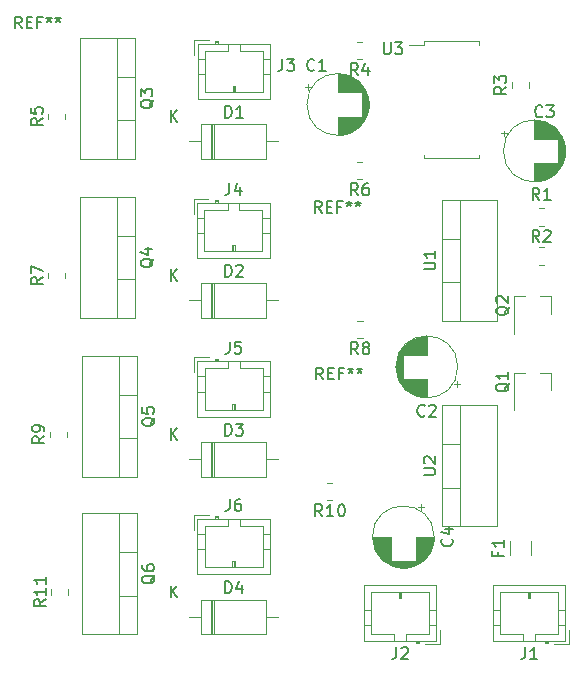
<source format=gbr>
%TF.GenerationSoftware,KiCad,Pcbnew,7.0.7*%
%TF.CreationDate,2024-03-27T23:03:56-04:00*%
%TF.ProjectId,pneu_pwr_brd,706e6575-5f70-4777-925f-6272642e6b69,rev?*%
%TF.SameCoordinates,Original*%
%TF.FileFunction,Legend,Top*%
%TF.FilePolarity,Positive*%
%FSLAX46Y46*%
G04 Gerber Fmt 4.6, Leading zero omitted, Abs format (unit mm)*
G04 Created by KiCad (PCBNEW 7.0.7) date 2024-03-27 23:03:56*
%MOMM*%
%LPD*%
G01*
G04 APERTURE LIST*
%ADD10C,0.150000*%
%ADD11C,0.120000*%
G04 APERTURE END LIST*
D10*
X163893666Y-66342819D02*
X163560333Y-65866628D01*
X163322238Y-66342819D02*
X163322238Y-65342819D01*
X163322238Y-65342819D02*
X163703190Y-65342819D01*
X163703190Y-65342819D02*
X163798428Y-65390438D01*
X163798428Y-65390438D02*
X163846047Y-65438057D01*
X163846047Y-65438057D02*
X163893666Y-65533295D01*
X163893666Y-65533295D02*
X163893666Y-65676152D01*
X163893666Y-65676152D02*
X163846047Y-65771390D01*
X163846047Y-65771390D02*
X163798428Y-65819009D01*
X163798428Y-65819009D02*
X163703190Y-65866628D01*
X163703190Y-65866628D02*
X163322238Y-65866628D01*
X164322238Y-65819009D02*
X164655571Y-65819009D01*
X164798428Y-66342819D02*
X164322238Y-66342819D01*
X164322238Y-66342819D02*
X164322238Y-65342819D01*
X164322238Y-65342819D02*
X164798428Y-65342819D01*
X165560333Y-65819009D02*
X165227000Y-65819009D01*
X165227000Y-66342819D02*
X165227000Y-65342819D01*
X165227000Y-65342819D02*
X165703190Y-65342819D01*
X166227000Y-65342819D02*
X166227000Y-65580914D01*
X165988905Y-65485676D02*
X166227000Y-65580914D01*
X166227000Y-65580914D02*
X166465095Y-65485676D01*
X166084143Y-65771390D02*
X166227000Y-65580914D01*
X166227000Y-65580914D02*
X166369857Y-65771390D01*
X166988905Y-65342819D02*
X166988905Y-65580914D01*
X166750810Y-65485676D02*
X166988905Y-65580914D01*
X166988905Y-65580914D02*
X167227000Y-65485676D01*
X166846048Y-65771390D02*
X166988905Y-65580914D01*
X166988905Y-65580914D02*
X167131762Y-65771390D01*
X156114666Y-90577819D02*
X156114666Y-91292104D01*
X156114666Y-91292104D02*
X156067047Y-91434961D01*
X156067047Y-91434961D02*
X155971809Y-91530200D01*
X155971809Y-91530200D02*
X155828952Y-91577819D01*
X155828952Y-91577819D02*
X155733714Y-91577819D01*
X157019428Y-90577819D02*
X156828952Y-90577819D01*
X156828952Y-90577819D02*
X156733714Y-90625438D01*
X156733714Y-90625438D02*
X156686095Y-90673057D01*
X156686095Y-90673057D02*
X156590857Y-90815914D01*
X156590857Y-90815914D02*
X156543238Y-91006390D01*
X156543238Y-91006390D02*
X156543238Y-91387342D01*
X156543238Y-91387342D02*
X156590857Y-91482580D01*
X156590857Y-91482580D02*
X156638476Y-91530200D01*
X156638476Y-91530200D02*
X156733714Y-91577819D01*
X156733714Y-91577819D02*
X156924190Y-91577819D01*
X156924190Y-91577819D02*
X157019428Y-91530200D01*
X157019428Y-91530200D02*
X157067047Y-91482580D01*
X157067047Y-91482580D02*
X157114666Y-91387342D01*
X157114666Y-91387342D02*
X157114666Y-91149247D01*
X157114666Y-91149247D02*
X157067047Y-91054009D01*
X157067047Y-91054009D02*
X157019428Y-91006390D01*
X157019428Y-91006390D02*
X156924190Y-90958771D01*
X156924190Y-90958771D02*
X156733714Y-90958771D01*
X156733714Y-90958771D02*
X156638476Y-91006390D01*
X156638476Y-91006390D02*
X156590857Y-91054009D01*
X156590857Y-91054009D02*
X156543238Y-91149247D01*
X172532819Y-71119904D02*
X173342342Y-71119904D01*
X173342342Y-71119904D02*
X173437580Y-71072285D01*
X173437580Y-71072285D02*
X173485200Y-71024666D01*
X173485200Y-71024666D02*
X173532819Y-70929428D01*
X173532819Y-70929428D02*
X173532819Y-70738952D01*
X173532819Y-70738952D02*
X173485200Y-70643714D01*
X173485200Y-70643714D02*
X173437580Y-70596095D01*
X173437580Y-70596095D02*
X173342342Y-70548476D01*
X173342342Y-70548476D02*
X172532819Y-70548476D01*
X173532819Y-69548476D02*
X173532819Y-70119904D01*
X173532819Y-69834190D02*
X172532819Y-69834190D01*
X172532819Y-69834190D02*
X172675676Y-69929428D01*
X172675676Y-69929428D02*
X172770914Y-70024666D01*
X172770914Y-70024666D02*
X172818533Y-70119904D01*
X149798057Y-96996238D02*
X149750438Y-97091476D01*
X149750438Y-97091476D02*
X149655200Y-97186714D01*
X149655200Y-97186714D02*
X149512342Y-97329571D01*
X149512342Y-97329571D02*
X149464723Y-97424809D01*
X149464723Y-97424809D02*
X149464723Y-97520047D01*
X149702819Y-97472428D02*
X149655200Y-97567666D01*
X149655200Y-97567666D02*
X149559961Y-97662904D01*
X149559961Y-97662904D02*
X149369485Y-97710523D01*
X149369485Y-97710523D02*
X149036152Y-97710523D01*
X149036152Y-97710523D02*
X148845676Y-97662904D01*
X148845676Y-97662904D02*
X148750438Y-97567666D01*
X148750438Y-97567666D02*
X148702819Y-97472428D01*
X148702819Y-97472428D02*
X148702819Y-97281952D01*
X148702819Y-97281952D02*
X148750438Y-97186714D01*
X148750438Y-97186714D02*
X148845676Y-97091476D01*
X148845676Y-97091476D02*
X149036152Y-97043857D01*
X149036152Y-97043857D02*
X149369485Y-97043857D01*
X149369485Y-97043857D02*
X149559961Y-97091476D01*
X149559961Y-97091476D02*
X149655200Y-97186714D01*
X149655200Y-97186714D02*
X149702819Y-97281952D01*
X149702819Y-97281952D02*
X149702819Y-97472428D01*
X148702819Y-96186714D02*
X148702819Y-96377190D01*
X148702819Y-96377190D02*
X148750438Y-96472428D01*
X148750438Y-96472428D02*
X148798057Y-96520047D01*
X148798057Y-96520047D02*
X148940914Y-96615285D01*
X148940914Y-96615285D02*
X149131390Y-96662904D01*
X149131390Y-96662904D02*
X149512342Y-96662904D01*
X149512342Y-96662904D02*
X149607580Y-96615285D01*
X149607580Y-96615285D02*
X149655200Y-96567666D01*
X149655200Y-96567666D02*
X149702819Y-96472428D01*
X149702819Y-96472428D02*
X149702819Y-96281952D01*
X149702819Y-96281952D02*
X149655200Y-96186714D01*
X149655200Y-96186714D02*
X149607580Y-96139095D01*
X149607580Y-96139095D02*
X149512342Y-96091476D01*
X149512342Y-96091476D02*
X149274247Y-96091476D01*
X149274247Y-96091476D02*
X149179009Y-96139095D01*
X149179009Y-96139095D02*
X149131390Y-96186714D01*
X149131390Y-96186714D02*
X149083771Y-96281952D01*
X149083771Y-96281952D02*
X149083771Y-96472428D01*
X149083771Y-96472428D02*
X149131390Y-96567666D01*
X149131390Y-96567666D02*
X149179009Y-96615285D01*
X149179009Y-96615285D02*
X149274247Y-96662904D01*
X160575666Y-53302819D02*
X160575666Y-54017104D01*
X160575666Y-54017104D02*
X160528047Y-54159961D01*
X160528047Y-54159961D02*
X160432809Y-54255200D01*
X160432809Y-54255200D02*
X160289952Y-54302819D01*
X160289952Y-54302819D02*
X160194714Y-54302819D01*
X160956619Y-53302819D02*
X161575666Y-53302819D01*
X161575666Y-53302819D02*
X161242333Y-53683771D01*
X161242333Y-53683771D02*
X161385190Y-53683771D01*
X161385190Y-53683771D02*
X161480428Y-53731390D01*
X161480428Y-53731390D02*
X161528047Y-53779009D01*
X161528047Y-53779009D02*
X161575666Y-53874247D01*
X161575666Y-53874247D02*
X161575666Y-54112342D01*
X161575666Y-54112342D02*
X161528047Y-54207580D01*
X161528047Y-54207580D02*
X161480428Y-54255200D01*
X161480428Y-54255200D02*
X161385190Y-54302819D01*
X161385190Y-54302819D02*
X161099476Y-54302819D01*
X161099476Y-54302819D02*
X161004238Y-54255200D01*
X161004238Y-54255200D02*
X160956619Y-54207580D01*
X140409819Y-85256666D02*
X139933628Y-85589999D01*
X140409819Y-85828094D02*
X139409819Y-85828094D01*
X139409819Y-85828094D02*
X139409819Y-85447142D01*
X139409819Y-85447142D02*
X139457438Y-85351904D01*
X139457438Y-85351904D02*
X139505057Y-85304285D01*
X139505057Y-85304285D02*
X139600295Y-85256666D01*
X139600295Y-85256666D02*
X139743152Y-85256666D01*
X139743152Y-85256666D02*
X139838390Y-85304285D01*
X139838390Y-85304285D02*
X139886009Y-85351904D01*
X139886009Y-85351904D02*
X139933628Y-85447142D01*
X139933628Y-85447142D02*
X139933628Y-85828094D01*
X140409819Y-84780475D02*
X140409819Y-84589999D01*
X140409819Y-84589999D02*
X140362200Y-84494761D01*
X140362200Y-84494761D02*
X140314580Y-84447142D01*
X140314580Y-84447142D02*
X140171723Y-84351904D01*
X140171723Y-84351904D02*
X139981247Y-84304285D01*
X139981247Y-84304285D02*
X139600295Y-84304285D01*
X139600295Y-84304285D02*
X139505057Y-84351904D01*
X139505057Y-84351904D02*
X139457438Y-84399523D01*
X139457438Y-84399523D02*
X139409819Y-84494761D01*
X139409819Y-84494761D02*
X139409819Y-84685237D01*
X139409819Y-84685237D02*
X139457438Y-84780475D01*
X139457438Y-84780475D02*
X139505057Y-84828094D01*
X139505057Y-84828094D02*
X139600295Y-84875713D01*
X139600295Y-84875713D02*
X139838390Y-84875713D01*
X139838390Y-84875713D02*
X139933628Y-84828094D01*
X139933628Y-84828094D02*
X139981247Y-84780475D01*
X139981247Y-84780475D02*
X140028866Y-84685237D01*
X140028866Y-84685237D02*
X140028866Y-84494761D01*
X140028866Y-84494761D02*
X139981247Y-84399523D01*
X139981247Y-84399523D02*
X139933628Y-84351904D01*
X139933628Y-84351904D02*
X139838390Y-84304285D01*
X155709905Y-98526819D02*
X155709905Y-97526819D01*
X155709905Y-97526819D02*
X155948000Y-97526819D01*
X155948000Y-97526819D02*
X156090857Y-97574438D01*
X156090857Y-97574438D02*
X156186095Y-97669676D01*
X156186095Y-97669676D02*
X156233714Y-97764914D01*
X156233714Y-97764914D02*
X156281333Y-97955390D01*
X156281333Y-97955390D02*
X156281333Y-98098247D01*
X156281333Y-98098247D02*
X156233714Y-98288723D01*
X156233714Y-98288723D02*
X156186095Y-98383961D01*
X156186095Y-98383961D02*
X156090857Y-98479200D01*
X156090857Y-98479200D02*
X155948000Y-98526819D01*
X155948000Y-98526819D02*
X155709905Y-98526819D01*
X157138476Y-97860152D02*
X157138476Y-98526819D01*
X156900381Y-97479200D02*
X156662286Y-98193485D01*
X156662286Y-98193485D02*
X157281333Y-98193485D01*
X151106095Y-98896819D02*
X151106095Y-97896819D01*
X151677523Y-98896819D02*
X151248952Y-98325390D01*
X151677523Y-97896819D02*
X151106095Y-98468247D01*
X164020666Y-80439819D02*
X163687333Y-79963628D01*
X163449238Y-80439819D02*
X163449238Y-79439819D01*
X163449238Y-79439819D02*
X163830190Y-79439819D01*
X163830190Y-79439819D02*
X163925428Y-79487438D01*
X163925428Y-79487438D02*
X163973047Y-79535057D01*
X163973047Y-79535057D02*
X164020666Y-79630295D01*
X164020666Y-79630295D02*
X164020666Y-79773152D01*
X164020666Y-79773152D02*
X163973047Y-79868390D01*
X163973047Y-79868390D02*
X163925428Y-79916009D01*
X163925428Y-79916009D02*
X163830190Y-79963628D01*
X163830190Y-79963628D02*
X163449238Y-79963628D01*
X164449238Y-79916009D02*
X164782571Y-79916009D01*
X164925428Y-80439819D02*
X164449238Y-80439819D01*
X164449238Y-80439819D02*
X164449238Y-79439819D01*
X164449238Y-79439819D02*
X164925428Y-79439819D01*
X165687333Y-79916009D02*
X165354000Y-79916009D01*
X165354000Y-80439819D02*
X165354000Y-79439819D01*
X165354000Y-79439819D02*
X165830190Y-79439819D01*
X166354000Y-79439819D02*
X166354000Y-79677914D01*
X166115905Y-79582676D02*
X166354000Y-79677914D01*
X166354000Y-79677914D02*
X166592095Y-79582676D01*
X166211143Y-79868390D02*
X166354000Y-79677914D01*
X166354000Y-79677914D02*
X166496857Y-79868390D01*
X167115905Y-79439819D02*
X167115905Y-79677914D01*
X166877810Y-79582676D02*
X167115905Y-79677914D01*
X167115905Y-79677914D02*
X167354000Y-79582676D01*
X166973048Y-79868390D02*
X167115905Y-79677914D01*
X167115905Y-79677914D02*
X167258762Y-79868390D01*
X174924580Y-93937554D02*
X174972200Y-93985173D01*
X174972200Y-93985173D02*
X175019819Y-94128030D01*
X175019819Y-94128030D02*
X175019819Y-94223268D01*
X175019819Y-94223268D02*
X174972200Y-94366125D01*
X174972200Y-94366125D02*
X174876961Y-94461363D01*
X174876961Y-94461363D02*
X174781723Y-94508982D01*
X174781723Y-94508982D02*
X174591247Y-94556601D01*
X174591247Y-94556601D02*
X174448390Y-94556601D01*
X174448390Y-94556601D02*
X174257914Y-94508982D01*
X174257914Y-94508982D02*
X174162676Y-94461363D01*
X174162676Y-94461363D02*
X174067438Y-94366125D01*
X174067438Y-94366125D02*
X174019819Y-94223268D01*
X174019819Y-94223268D02*
X174019819Y-94128030D01*
X174019819Y-94128030D02*
X174067438Y-93985173D01*
X174067438Y-93985173D02*
X174115057Y-93937554D01*
X174353152Y-93080411D02*
X175019819Y-93080411D01*
X173972200Y-93318506D02*
X174686485Y-93556601D01*
X174686485Y-93556601D02*
X174686485Y-92937554D01*
X155709905Y-71729819D02*
X155709905Y-70729819D01*
X155709905Y-70729819D02*
X155948000Y-70729819D01*
X155948000Y-70729819D02*
X156090857Y-70777438D01*
X156090857Y-70777438D02*
X156186095Y-70872676D01*
X156186095Y-70872676D02*
X156233714Y-70967914D01*
X156233714Y-70967914D02*
X156281333Y-71158390D01*
X156281333Y-71158390D02*
X156281333Y-71301247D01*
X156281333Y-71301247D02*
X156233714Y-71491723D01*
X156233714Y-71491723D02*
X156186095Y-71586961D01*
X156186095Y-71586961D02*
X156090857Y-71682200D01*
X156090857Y-71682200D02*
X155948000Y-71729819D01*
X155948000Y-71729819D02*
X155709905Y-71729819D01*
X156662286Y-70825057D02*
X156709905Y-70777438D01*
X156709905Y-70777438D02*
X156805143Y-70729819D01*
X156805143Y-70729819D02*
X157043238Y-70729819D01*
X157043238Y-70729819D02*
X157138476Y-70777438D01*
X157138476Y-70777438D02*
X157186095Y-70825057D01*
X157186095Y-70825057D02*
X157233714Y-70920295D01*
X157233714Y-70920295D02*
X157233714Y-71015533D01*
X157233714Y-71015533D02*
X157186095Y-71158390D01*
X157186095Y-71158390D02*
X156614667Y-71729819D01*
X156614667Y-71729819D02*
X157233714Y-71729819D01*
X151106095Y-72099819D02*
X151106095Y-71099819D01*
X151677523Y-72099819D02*
X151248952Y-71528390D01*
X151677523Y-71099819D02*
X151106095Y-71671247D01*
X179787057Y-80740238D02*
X179739438Y-80835476D01*
X179739438Y-80835476D02*
X179644200Y-80930714D01*
X179644200Y-80930714D02*
X179501342Y-81073571D01*
X179501342Y-81073571D02*
X179453723Y-81168809D01*
X179453723Y-81168809D02*
X179453723Y-81264047D01*
X179691819Y-81216428D02*
X179644200Y-81311666D01*
X179644200Y-81311666D02*
X179548961Y-81406904D01*
X179548961Y-81406904D02*
X179358485Y-81454523D01*
X179358485Y-81454523D02*
X179025152Y-81454523D01*
X179025152Y-81454523D02*
X178834676Y-81406904D01*
X178834676Y-81406904D02*
X178739438Y-81311666D01*
X178739438Y-81311666D02*
X178691819Y-81216428D01*
X178691819Y-81216428D02*
X178691819Y-81025952D01*
X178691819Y-81025952D02*
X178739438Y-80930714D01*
X178739438Y-80930714D02*
X178834676Y-80835476D01*
X178834676Y-80835476D02*
X179025152Y-80787857D01*
X179025152Y-80787857D02*
X179358485Y-80787857D01*
X179358485Y-80787857D02*
X179548961Y-80835476D01*
X179548961Y-80835476D02*
X179644200Y-80930714D01*
X179644200Y-80930714D02*
X179691819Y-81025952D01*
X179691819Y-81025952D02*
X179691819Y-81216428D01*
X179691819Y-79835476D02*
X179691819Y-80406904D01*
X179691819Y-80121190D02*
X178691819Y-80121190D01*
X178691819Y-80121190D02*
X178834676Y-80216428D01*
X178834676Y-80216428D02*
X178929914Y-80311666D01*
X178929914Y-80311666D02*
X178977533Y-80406904D01*
X179787057Y-74263238D02*
X179739438Y-74358476D01*
X179739438Y-74358476D02*
X179644200Y-74453714D01*
X179644200Y-74453714D02*
X179501342Y-74596571D01*
X179501342Y-74596571D02*
X179453723Y-74691809D01*
X179453723Y-74691809D02*
X179453723Y-74787047D01*
X179691819Y-74739428D02*
X179644200Y-74834666D01*
X179644200Y-74834666D02*
X179548961Y-74929904D01*
X179548961Y-74929904D02*
X179358485Y-74977523D01*
X179358485Y-74977523D02*
X179025152Y-74977523D01*
X179025152Y-74977523D02*
X178834676Y-74929904D01*
X178834676Y-74929904D02*
X178739438Y-74834666D01*
X178739438Y-74834666D02*
X178691819Y-74739428D01*
X178691819Y-74739428D02*
X178691819Y-74548952D01*
X178691819Y-74548952D02*
X178739438Y-74453714D01*
X178739438Y-74453714D02*
X178834676Y-74358476D01*
X178834676Y-74358476D02*
X179025152Y-74310857D01*
X179025152Y-74310857D02*
X179358485Y-74310857D01*
X179358485Y-74310857D02*
X179548961Y-74358476D01*
X179548961Y-74358476D02*
X179644200Y-74453714D01*
X179644200Y-74453714D02*
X179691819Y-74548952D01*
X179691819Y-74548952D02*
X179691819Y-74739428D01*
X178787057Y-73929904D02*
X178739438Y-73882285D01*
X178739438Y-73882285D02*
X178691819Y-73787047D01*
X178691819Y-73787047D02*
X178691819Y-73548952D01*
X178691819Y-73548952D02*
X178739438Y-73453714D01*
X178739438Y-73453714D02*
X178787057Y-73406095D01*
X178787057Y-73406095D02*
X178882295Y-73358476D01*
X178882295Y-73358476D02*
X178977533Y-73358476D01*
X178977533Y-73358476D02*
X179120390Y-73406095D01*
X179120390Y-73406095D02*
X179691819Y-73977523D01*
X179691819Y-73977523D02*
X179691819Y-73358476D01*
X170227666Y-103107819D02*
X170227666Y-103822104D01*
X170227666Y-103822104D02*
X170180047Y-103964961D01*
X170180047Y-103964961D02*
X170084809Y-104060200D01*
X170084809Y-104060200D02*
X169941952Y-104107819D01*
X169941952Y-104107819D02*
X169846714Y-104107819D01*
X170656238Y-103203057D02*
X170703857Y-103155438D01*
X170703857Y-103155438D02*
X170799095Y-103107819D01*
X170799095Y-103107819D02*
X171037190Y-103107819D01*
X171037190Y-103107819D02*
X171132428Y-103155438D01*
X171132428Y-103155438D02*
X171180047Y-103203057D01*
X171180047Y-103203057D02*
X171227666Y-103298295D01*
X171227666Y-103298295D02*
X171227666Y-103393533D01*
X171227666Y-103393533D02*
X171180047Y-103536390D01*
X171180047Y-103536390D02*
X170608619Y-104107819D01*
X170608619Y-104107819D02*
X171227666Y-104107819D01*
X140536819Y-99067857D02*
X140060628Y-99401190D01*
X140536819Y-99639285D02*
X139536819Y-99639285D01*
X139536819Y-99639285D02*
X139536819Y-99258333D01*
X139536819Y-99258333D02*
X139584438Y-99163095D01*
X139584438Y-99163095D02*
X139632057Y-99115476D01*
X139632057Y-99115476D02*
X139727295Y-99067857D01*
X139727295Y-99067857D02*
X139870152Y-99067857D01*
X139870152Y-99067857D02*
X139965390Y-99115476D01*
X139965390Y-99115476D02*
X140013009Y-99163095D01*
X140013009Y-99163095D02*
X140060628Y-99258333D01*
X140060628Y-99258333D02*
X140060628Y-99639285D01*
X140536819Y-98115476D02*
X140536819Y-98686904D01*
X140536819Y-98401190D02*
X139536819Y-98401190D01*
X139536819Y-98401190D02*
X139679676Y-98496428D01*
X139679676Y-98496428D02*
X139774914Y-98591666D01*
X139774914Y-98591666D02*
X139822533Y-98686904D01*
X140536819Y-97163095D02*
X140536819Y-97734523D01*
X140536819Y-97448809D02*
X139536819Y-97448809D01*
X139536819Y-97448809D02*
X139679676Y-97544047D01*
X139679676Y-97544047D02*
X139774914Y-97639285D01*
X139774914Y-97639285D02*
X139822533Y-97734523D01*
X155709905Y-58267819D02*
X155709905Y-57267819D01*
X155709905Y-57267819D02*
X155948000Y-57267819D01*
X155948000Y-57267819D02*
X156090857Y-57315438D01*
X156090857Y-57315438D02*
X156186095Y-57410676D01*
X156186095Y-57410676D02*
X156233714Y-57505914D01*
X156233714Y-57505914D02*
X156281333Y-57696390D01*
X156281333Y-57696390D02*
X156281333Y-57839247D01*
X156281333Y-57839247D02*
X156233714Y-58029723D01*
X156233714Y-58029723D02*
X156186095Y-58124961D01*
X156186095Y-58124961D02*
X156090857Y-58220200D01*
X156090857Y-58220200D02*
X155948000Y-58267819D01*
X155948000Y-58267819D02*
X155709905Y-58267819D01*
X157233714Y-58267819D02*
X156662286Y-58267819D01*
X156948000Y-58267819D02*
X156948000Y-57267819D01*
X156948000Y-57267819D02*
X156852762Y-57410676D01*
X156852762Y-57410676D02*
X156757524Y-57505914D01*
X156757524Y-57505914D02*
X156662286Y-57553533D01*
X151106095Y-58637819D02*
X151106095Y-57637819D01*
X151677523Y-58637819D02*
X151248952Y-58066390D01*
X151677523Y-57637819D02*
X151106095Y-58209247D01*
X138493666Y-50721819D02*
X138160333Y-50245628D01*
X137922238Y-50721819D02*
X137922238Y-49721819D01*
X137922238Y-49721819D02*
X138303190Y-49721819D01*
X138303190Y-49721819D02*
X138398428Y-49769438D01*
X138398428Y-49769438D02*
X138446047Y-49817057D01*
X138446047Y-49817057D02*
X138493666Y-49912295D01*
X138493666Y-49912295D02*
X138493666Y-50055152D01*
X138493666Y-50055152D02*
X138446047Y-50150390D01*
X138446047Y-50150390D02*
X138398428Y-50198009D01*
X138398428Y-50198009D02*
X138303190Y-50245628D01*
X138303190Y-50245628D02*
X137922238Y-50245628D01*
X138922238Y-50198009D02*
X139255571Y-50198009D01*
X139398428Y-50721819D02*
X138922238Y-50721819D01*
X138922238Y-50721819D02*
X138922238Y-49721819D01*
X138922238Y-49721819D02*
X139398428Y-49721819D01*
X140160333Y-50198009D02*
X139827000Y-50198009D01*
X139827000Y-50721819D02*
X139827000Y-49721819D01*
X139827000Y-49721819D02*
X140303190Y-49721819D01*
X140827000Y-49721819D02*
X140827000Y-49959914D01*
X140588905Y-49864676D02*
X140827000Y-49959914D01*
X140827000Y-49959914D02*
X141065095Y-49864676D01*
X140684143Y-50150390D02*
X140827000Y-49959914D01*
X140827000Y-49959914D02*
X140969857Y-50150390D01*
X141588905Y-49721819D02*
X141588905Y-49959914D01*
X141350810Y-49864676D02*
X141588905Y-49959914D01*
X141588905Y-49959914D02*
X141827000Y-49864676D01*
X141446048Y-50150390D02*
X141588905Y-49959914D01*
X141588905Y-49959914D02*
X141731762Y-50150390D01*
X140282819Y-71794666D02*
X139806628Y-72127999D01*
X140282819Y-72366094D02*
X139282819Y-72366094D01*
X139282819Y-72366094D02*
X139282819Y-71985142D01*
X139282819Y-71985142D02*
X139330438Y-71889904D01*
X139330438Y-71889904D02*
X139378057Y-71842285D01*
X139378057Y-71842285D02*
X139473295Y-71794666D01*
X139473295Y-71794666D02*
X139616152Y-71794666D01*
X139616152Y-71794666D02*
X139711390Y-71842285D01*
X139711390Y-71842285D02*
X139759009Y-71889904D01*
X139759009Y-71889904D02*
X139806628Y-71985142D01*
X139806628Y-71985142D02*
X139806628Y-72366094D01*
X139282819Y-71461332D02*
X139282819Y-70794666D01*
X139282819Y-70794666D02*
X140282819Y-71223237D01*
X182332333Y-65224819D02*
X181999000Y-64748628D01*
X181760905Y-65224819D02*
X181760905Y-64224819D01*
X181760905Y-64224819D02*
X182141857Y-64224819D01*
X182141857Y-64224819D02*
X182237095Y-64272438D01*
X182237095Y-64272438D02*
X182284714Y-64320057D01*
X182284714Y-64320057D02*
X182332333Y-64415295D01*
X182332333Y-64415295D02*
X182332333Y-64558152D01*
X182332333Y-64558152D02*
X182284714Y-64653390D01*
X182284714Y-64653390D02*
X182237095Y-64701009D01*
X182237095Y-64701009D02*
X182141857Y-64748628D01*
X182141857Y-64748628D02*
X181760905Y-64748628D01*
X183284714Y-65224819D02*
X182713286Y-65224819D01*
X182999000Y-65224819D02*
X182999000Y-64224819D01*
X182999000Y-64224819D02*
X182903762Y-64367676D01*
X182903762Y-64367676D02*
X182808524Y-64462914D01*
X182808524Y-64462914D02*
X182713286Y-64510533D01*
X149671057Y-56737238D02*
X149623438Y-56832476D01*
X149623438Y-56832476D02*
X149528200Y-56927714D01*
X149528200Y-56927714D02*
X149385342Y-57070571D01*
X149385342Y-57070571D02*
X149337723Y-57165809D01*
X149337723Y-57165809D02*
X149337723Y-57261047D01*
X149575819Y-57213428D02*
X149528200Y-57308666D01*
X149528200Y-57308666D02*
X149432961Y-57403904D01*
X149432961Y-57403904D02*
X149242485Y-57451523D01*
X149242485Y-57451523D02*
X148909152Y-57451523D01*
X148909152Y-57451523D02*
X148718676Y-57403904D01*
X148718676Y-57403904D02*
X148623438Y-57308666D01*
X148623438Y-57308666D02*
X148575819Y-57213428D01*
X148575819Y-57213428D02*
X148575819Y-57022952D01*
X148575819Y-57022952D02*
X148623438Y-56927714D01*
X148623438Y-56927714D02*
X148718676Y-56832476D01*
X148718676Y-56832476D02*
X148909152Y-56784857D01*
X148909152Y-56784857D02*
X149242485Y-56784857D01*
X149242485Y-56784857D02*
X149432961Y-56832476D01*
X149432961Y-56832476D02*
X149528200Y-56927714D01*
X149528200Y-56927714D02*
X149575819Y-57022952D01*
X149575819Y-57022952D02*
X149575819Y-57213428D01*
X148575819Y-56451523D02*
X148575819Y-55832476D01*
X148575819Y-55832476D02*
X148956771Y-56165809D01*
X148956771Y-56165809D02*
X148956771Y-56022952D01*
X148956771Y-56022952D02*
X149004390Y-55927714D01*
X149004390Y-55927714D02*
X149052009Y-55880095D01*
X149052009Y-55880095D02*
X149147247Y-55832476D01*
X149147247Y-55832476D02*
X149385342Y-55832476D01*
X149385342Y-55832476D02*
X149480580Y-55880095D01*
X149480580Y-55880095D02*
X149528200Y-55927714D01*
X149528200Y-55927714D02*
X149575819Y-56022952D01*
X149575819Y-56022952D02*
X149575819Y-56308666D01*
X149575819Y-56308666D02*
X149528200Y-56403904D01*
X149528200Y-56403904D02*
X149480580Y-56451523D01*
X169164095Y-51905819D02*
X169164095Y-52715342D01*
X169164095Y-52715342D02*
X169211714Y-52810580D01*
X169211714Y-52810580D02*
X169259333Y-52858200D01*
X169259333Y-52858200D02*
X169354571Y-52905819D01*
X169354571Y-52905819D02*
X169545047Y-52905819D01*
X169545047Y-52905819D02*
X169640285Y-52858200D01*
X169640285Y-52858200D02*
X169687904Y-52810580D01*
X169687904Y-52810580D02*
X169735523Y-52715342D01*
X169735523Y-52715342D02*
X169735523Y-51905819D01*
X170116476Y-51905819D02*
X170735523Y-51905819D01*
X170735523Y-51905819D02*
X170402190Y-52286771D01*
X170402190Y-52286771D02*
X170545047Y-52286771D01*
X170545047Y-52286771D02*
X170640285Y-52334390D01*
X170640285Y-52334390D02*
X170687904Y-52382009D01*
X170687904Y-52382009D02*
X170735523Y-52477247D01*
X170735523Y-52477247D02*
X170735523Y-52715342D01*
X170735523Y-52715342D02*
X170687904Y-52810580D01*
X170687904Y-52810580D02*
X170640285Y-52858200D01*
X170640285Y-52858200D02*
X170545047Y-52905819D01*
X170545047Y-52905819D02*
X170259333Y-52905819D01*
X170259333Y-52905819D02*
X170164095Y-52858200D01*
X170164095Y-52858200D02*
X170116476Y-52810580D01*
X181149666Y-103107819D02*
X181149666Y-103822104D01*
X181149666Y-103822104D02*
X181102047Y-103964961D01*
X181102047Y-103964961D02*
X181006809Y-104060200D01*
X181006809Y-104060200D02*
X180863952Y-104107819D01*
X180863952Y-104107819D02*
X180768714Y-104107819D01*
X182149666Y-104107819D02*
X181578238Y-104107819D01*
X181863952Y-104107819D02*
X181863952Y-103107819D01*
X181863952Y-103107819D02*
X181768714Y-103250676D01*
X181768714Y-103250676D02*
X181673476Y-103345914D01*
X181673476Y-103345914D02*
X181578238Y-103393533D01*
X182332333Y-68781819D02*
X181999000Y-68305628D01*
X181760905Y-68781819D02*
X181760905Y-67781819D01*
X181760905Y-67781819D02*
X182141857Y-67781819D01*
X182141857Y-67781819D02*
X182237095Y-67829438D01*
X182237095Y-67829438D02*
X182284714Y-67877057D01*
X182284714Y-67877057D02*
X182332333Y-67972295D01*
X182332333Y-67972295D02*
X182332333Y-68115152D01*
X182332333Y-68115152D02*
X182284714Y-68210390D01*
X182284714Y-68210390D02*
X182237095Y-68258009D01*
X182237095Y-68258009D02*
X182141857Y-68305628D01*
X182141857Y-68305628D02*
X181760905Y-68305628D01*
X182713286Y-67877057D02*
X182760905Y-67829438D01*
X182760905Y-67829438D02*
X182856143Y-67781819D01*
X182856143Y-67781819D02*
X183094238Y-67781819D01*
X183094238Y-67781819D02*
X183189476Y-67829438D01*
X183189476Y-67829438D02*
X183237095Y-67877057D01*
X183237095Y-67877057D02*
X183284714Y-67972295D01*
X183284714Y-67972295D02*
X183284714Y-68067533D01*
X183284714Y-68067533D02*
X183237095Y-68210390D01*
X183237095Y-68210390D02*
X182665667Y-68781819D01*
X182665667Y-68781819D02*
X183284714Y-68781819D01*
X166965333Y-54682819D02*
X166632000Y-54206628D01*
X166393905Y-54682819D02*
X166393905Y-53682819D01*
X166393905Y-53682819D02*
X166774857Y-53682819D01*
X166774857Y-53682819D02*
X166870095Y-53730438D01*
X166870095Y-53730438D02*
X166917714Y-53778057D01*
X166917714Y-53778057D02*
X166965333Y-53873295D01*
X166965333Y-53873295D02*
X166965333Y-54016152D01*
X166965333Y-54016152D02*
X166917714Y-54111390D01*
X166917714Y-54111390D02*
X166870095Y-54159009D01*
X166870095Y-54159009D02*
X166774857Y-54206628D01*
X166774857Y-54206628D02*
X166393905Y-54206628D01*
X167822476Y-54016152D02*
X167822476Y-54682819D01*
X167584381Y-53635200D02*
X167346286Y-54349485D01*
X167346286Y-54349485D02*
X167965333Y-54349485D01*
X172635446Y-83484580D02*
X172587827Y-83532200D01*
X172587827Y-83532200D02*
X172444970Y-83579819D01*
X172444970Y-83579819D02*
X172349732Y-83579819D01*
X172349732Y-83579819D02*
X172206875Y-83532200D01*
X172206875Y-83532200D02*
X172111637Y-83436961D01*
X172111637Y-83436961D02*
X172064018Y-83341723D01*
X172064018Y-83341723D02*
X172016399Y-83151247D01*
X172016399Y-83151247D02*
X172016399Y-83008390D01*
X172016399Y-83008390D02*
X172064018Y-82817914D01*
X172064018Y-82817914D02*
X172111637Y-82722676D01*
X172111637Y-82722676D02*
X172206875Y-82627438D01*
X172206875Y-82627438D02*
X172349732Y-82579819D01*
X172349732Y-82579819D02*
X172444970Y-82579819D01*
X172444970Y-82579819D02*
X172587827Y-82627438D01*
X172587827Y-82627438D02*
X172635446Y-82675057D01*
X173016399Y-82675057D02*
X173064018Y-82627438D01*
X173064018Y-82627438D02*
X173159256Y-82579819D01*
X173159256Y-82579819D02*
X173397351Y-82579819D01*
X173397351Y-82579819D02*
X173492589Y-82627438D01*
X173492589Y-82627438D02*
X173540208Y-82675057D01*
X173540208Y-82675057D02*
X173587827Y-82770295D01*
X173587827Y-82770295D02*
X173587827Y-82865533D01*
X173587827Y-82865533D02*
X173540208Y-83008390D01*
X173540208Y-83008390D02*
X172968780Y-83579819D01*
X172968780Y-83579819D02*
X173587827Y-83579819D01*
X149798057Y-83661238D02*
X149750438Y-83756476D01*
X149750438Y-83756476D02*
X149655200Y-83851714D01*
X149655200Y-83851714D02*
X149512342Y-83994571D01*
X149512342Y-83994571D02*
X149464723Y-84089809D01*
X149464723Y-84089809D02*
X149464723Y-84185047D01*
X149702819Y-84137428D02*
X149655200Y-84232666D01*
X149655200Y-84232666D02*
X149559961Y-84327904D01*
X149559961Y-84327904D02*
X149369485Y-84375523D01*
X149369485Y-84375523D02*
X149036152Y-84375523D01*
X149036152Y-84375523D02*
X148845676Y-84327904D01*
X148845676Y-84327904D02*
X148750438Y-84232666D01*
X148750438Y-84232666D02*
X148702819Y-84137428D01*
X148702819Y-84137428D02*
X148702819Y-83946952D01*
X148702819Y-83946952D02*
X148750438Y-83851714D01*
X148750438Y-83851714D02*
X148845676Y-83756476D01*
X148845676Y-83756476D02*
X149036152Y-83708857D01*
X149036152Y-83708857D02*
X149369485Y-83708857D01*
X149369485Y-83708857D02*
X149559961Y-83756476D01*
X149559961Y-83756476D02*
X149655200Y-83851714D01*
X149655200Y-83851714D02*
X149702819Y-83946952D01*
X149702819Y-83946952D02*
X149702819Y-84137428D01*
X148702819Y-82804095D02*
X148702819Y-83280285D01*
X148702819Y-83280285D02*
X149179009Y-83327904D01*
X149179009Y-83327904D02*
X149131390Y-83280285D01*
X149131390Y-83280285D02*
X149083771Y-83185047D01*
X149083771Y-83185047D02*
X149083771Y-82946952D01*
X149083771Y-82946952D02*
X149131390Y-82851714D01*
X149131390Y-82851714D02*
X149179009Y-82804095D01*
X149179009Y-82804095D02*
X149274247Y-82756476D01*
X149274247Y-82756476D02*
X149512342Y-82756476D01*
X149512342Y-82756476D02*
X149607580Y-82804095D01*
X149607580Y-82804095D02*
X149655200Y-82851714D01*
X149655200Y-82851714D02*
X149702819Y-82946952D01*
X149702819Y-82946952D02*
X149702819Y-83185047D01*
X149702819Y-83185047D02*
X149655200Y-83280285D01*
X149655200Y-83280285D02*
X149607580Y-83327904D01*
X155709905Y-85191819D02*
X155709905Y-84191819D01*
X155709905Y-84191819D02*
X155948000Y-84191819D01*
X155948000Y-84191819D02*
X156090857Y-84239438D01*
X156090857Y-84239438D02*
X156186095Y-84334676D01*
X156186095Y-84334676D02*
X156233714Y-84429914D01*
X156233714Y-84429914D02*
X156281333Y-84620390D01*
X156281333Y-84620390D02*
X156281333Y-84763247D01*
X156281333Y-84763247D02*
X156233714Y-84953723D01*
X156233714Y-84953723D02*
X156186095Y-85048961D01*
X156186095Y-85048961D02*
X156090857Y-85144200D01*
X156090857Y-85144200D02*
X155948000Y-85191819D01*
X155948000Y-85191819D02*
X155709905Y-85191819D01*
X156614667Y-84191819D02*
X157233714Y-84191819D01*
X157233714Y-84191819D02*
X156900381Y-84572771D01*
X156900381Y-84572771D02*
X157043238Y-84572771D01*
X157043238Y-84572771D02*
X157138476Y-84620390D01*
X157138476Y-84620390D02*
X157186095Y-84668009D01*
X157186095Y-84668009D02*
X157233714Y-84763247D01*
X157233714Y-84763247D02*
X157233714Y-85001342D01*
X157233714Y-85001342D02*
X157186095Y-85096580D01*
X157186095Y-85096580D02*
X157138476Y-85144200D01*
X157138476Y-85144200D02*
X157043238Y-85191819D01*
X157043238Y-85191819D02*
X156757524Y-85191819D01*
X156757524Y-85191819D02*
X156662286Y-85144200D01*
X156662286Y-85144200D02*
X156614667Y-85096580D01*
X151106095Y-85561819D02*
X151106095Y-84561819D01*
X151677523Y-85561819D02*
X151248952Y-84990390D01*
X151677523Y-84561819D02*
X151106095Y-85133247D01*
X156098666Y-63822819D02*
X156098666Y-64537104D01*
X156098666Y-64537104D02*
X156051047Y-64679961D01*
X156051047Y-64679961D02*
X155955809Y-64775200D01*
X155955809Y-64775200D02*
X155812952Y-64822819D01*
X155812952Y-64822819D02*
X155717714Y-64822819D01*
X157003428Y-64156152D02*
X157003428Y-64822819D01*
X156765333Y-63775200D02*
X156527238Y-64489485D01*
X156527238Y-64489485D02*
X157146285Y-64489485D01*
X166981333Y-78304819D02*
X166648000Y-77828628D01*
X166409905Y-78304819D02*
X166409905Y-77304819D01*
X166409905Y-77304819D02*
X166790857Y-77304819D01*
X166790857Y-77304819D02*
X166886095Y-77352438D01*
X166886095Y-77352438D02*
X166933714Y-77400057D01*
X166933714Y-77400057D02*
X166981333Y-77495295D01*
X166981333Y-77495295D02*
X166981333Y-77638152D01*
X166981333Y-77638152D02*
X166933714Y-77733390D01*
X166933714Y-77733390D02*
X166886095Y-77781009D01*
X166886095Y-77781009D02*
X166790857Y-77828628D01*
X166790857Y-77828628D02*
X166409905Y-77828628D01*
X167552762Y-77733390D02*
X167457524Y-77685771D01*
X167457524Y-77685771D02*
X167409905Y-77638152D01*
X167409905Y-77638152D02*
X167362286Y-77542914D01*
X167362286Y-77542914D02*
X167362286Y-77495295D01*
X167362286Y-77495295D02*
X167409905Y-77400057D01*
X167409905Y-77400057D02*
X167457524Y-77352438D01*
X167457524Y-77352438D02*
X167552762Y-77304819D01*
X167552762Y-77304819D02*
X167743238Y-77304819D01*
X167743238Y-77304819D02*
X167838476Y-77352438D01*
X167838476Y-77352438D02*
X167886095Y-77400057D01*
X167886095Y-77400057D02*
X167933714Y-77495295D01*
X167933714Y-77495295D02*
X167933714Y-77542914D01*
X167933714Y-77542914D02*
X167886095Y-77638152D01*
X167886095Y-77638152D02*
X167838476Y-77685771D01*
X167838476Y-77685771D02*
X167743238Y-77733390D01*
X167743238Y-77733390D02*
X167552762Y-77733390D01*
X167552762Y-77733390D02*
X167457524Y-77781009D01*
X167457524Y-77781009D02*
X167409905Y-77828628D01*
X167409905Y-77828628D02*
X167362286Y-77923866D01*
X167362286Y-77923866D02*
X167362286Y-78114342D01*
X167362286Y-78114342D02*
X167409905Y-78209580D01*
X167409905Y-78209580D02*
X167457524Y-78257200D01*
X167457524Y-78257200D02*
X167552762Y-78304819D01*
X167552762Y-78304819D02*
X167743238Y-78304819D01*
X167743238Y-78304819D02*
X167838476Y-78257200D01*
X167838476Y-78257200D02*
X167886095Y-78209580D01*
X167886095Y-78209580D02*
X167933714Y-78114342D01*
X167933714Y-78114342D02*
X167933714Y-77923866D01*
X167933714Y-77923866D02*
X167886095Y-77828628D01*
X167886095Y-77828628D02*
X167838476Y-77781009D01*
X167838476Y-77781009D02*
X167743238Y-77733390D01*
X163949142Y-92020819D02*
X163615809Y-91544628D01*
X163377714Y-92020819D02*
X163377714Y-91020819D01*
X163377714Y-91020819D02*
X163758666Y-91020819D01*
X163758666Y-91020819D02*
X163853904Y-91068438D01*
X163853904Y-91068438D02*
X163901523Y-91116057D01*
X163901523Y-91116057D02*
X163949142Y-91211295D01*
X163949142Y-91211295D02*
X163949142Y-91354152D01*
X163949142Y-91354152D02*
X163901523Y-91449390D01*
X163901523Y-91449390D02*
X163853904Y-91497009D01*
X163853904Y-91497009D02*
X163758666Y-91544628D01*
X163758666Y-91544628D02*
X163377714Y-91544628D01*
X164901523Y-92020819D02*
X164330095Y-92020819D01*
X164615809Y-92020819D02*
X164615809Y-91020819D01*
X164615809Y-91020819D02*
X164520571Y-91163676D01*
X164520571Y-91163676D02*
X164425333Y-91258914D01*
X164425333Y-91258914D02*
X164330095Y-91306533D01*
X165520571Y-91020819D02*
X165615809Y-91020819D01*
X165615809Y-91020819D02*
X165711047Y-91068438D01*
X165711047Y-91068438D02*
X165758666Y-91116057D01*
X165758666Y-91116057D02*
X165806285Y-91211295D01*
X165806285Y-91211295D02*
X165853904Y-91401771D01*
X165853904Y-91401771D02*
X165853904Y-91639866D01*
X165853904Y-91639866D02*
X165806285Y-91830342D01*
X165806285Y-91830342D02*
X165758666Y-91925580D01*
X165758666Y-91925580D02*
X165711047Y-91973200D01*
X165711047Y-91973200D02*
X165615809Y-92020819D01*
X165615809Y-92020819D02*
X165520571Y-92020819D01*
X165520571Y-92020819D02*
X165425333Y-91973200D01*
X165425333Y-91973200D02*
X165377714Y-91925580D01*
X165377714Y-91925580D02*
X165330095Y-91830342D01*
X165330095Y-91830342D02*
X165282476Y-91639866D01*
X165282476Y-91639866D02*
X165282476Y-91401771D01*
X165282476Y-91401771D02*
X165330095Y-91211295D01*
X165330095Y-91211295D02*
X165377714Y-91116057D01*
X165377714Y-91116057D02*
X165425333Y-91068438D01*
X165425333Y-91068438D02*
X165520571Y-91020819D01*
X156114666Y-77242819D02*
X156114666Y-77957104D01*
X156114666Y-77957104D02*
X156067047Y-78099961D01*
X156067047Y-78099961D02*
X155971809Y-78195200D01*
X155971809Y-78195200D02*
X155828952Y-78242819D01*
X155828952Y-78242819D02*
X155733714Y-78242819D01*
X157067047Y-77242819D02*
X156590857Y-77242819D01*
X156590857Y-77242819D02*
X156543238Y-77719009D01*
X156543238Y-77719009D02*
X156590857Y-77671390D01*
X156590857Y-77671390D02*
X156686095Y-77623771D01*
X156686095Y-77623771D02*
X156924190Y-77623771D01*
X156924190Y-77623771D02*
X157019428Y-77671390D01*
X157019428Y-77671390D02*
X157067047Y-77719009D01*
X157067047Y-77719009D02*
X157114666Y-77814247D01*
X157114666Y-77814247D02*
X157114666Y-78052342D01*
X157114666Y-78052342D02*
X157067047Y-78147580D01*
X157067047Y-78147580D02*
X157019428Y-78195200D01*
X157019428Y-78195200D02*
X156924190Y-78242819D01*
X156924190Y-78242819D02*
X156686095Y-78242819D01*
X156686095Y-78242819D02*
X156590857Y-78195200D01*
X156590857Y-78195200D02*
X156543238Y-78147580D01*
X182586333Y-58144580D02*
X182538714Y-58192200D01*
X182538714Y-58192200D02*
X182395857Y-58239819D01*
X182395857Y-58239819D02*
X182300619Y-58239819D01*
X182300619Y-58239819D02*
X182157762Y-58192200D01*
X182157762Y-58192200D02*
X182062524Y-58096961D01*
X182062524Y-58096961D02*
X182014905Y-58001723D01*
X182014905Y-58001723D02*
X181967286Y-57811247D01*
X181967286Y-57811247D02*
X181967286Y-57668390D01*
X181967286Y-57668390D02*
X182014905Y-57477914D01*
X182014905Y-57477914D02*
X182062524Y-57382676D01*
X182062524Y-57382676D02*
X182157762Y-57287438D01*
X182157762Y-57287438D02*
X182300619Y-57239819D01*
X182300619Y-57239819D02*
X182395857Y-57239819D01*
X182395857Y-57239819D02*
X182538714Y-57287438D01*
X182538714Y-57287438D02*
X182586333Y-57335057D01*
X182919667Y-57239819D02*
X183538714Y-57239819D01*
X183538714Y-57239819D02*
X183205381Y-57620771D01*
X183205381Y-57620771D02*
X183348238Y-57620771D01*
X183348238Y-57620771D02*
X183443476Y-57668390D01*
X183443476Y-57668390D02*
X183491095Y-57716009D01*
X183491095Y-57716009D02*
X183538714Y-57811247D01*
X183538714Y-57811247D02*
X183538714Y-58049342D01*
X183538714Y-58049342D02*
X183491095Y-58144580D01*
X183491095Y-58144580D02*
X183443476Y-58192200D01*
X183443476Y-58192200D02*
X183348238Y-58239819D01*
X183348238Y-58239819D02*
X183062524Y-58239819D01*
X183062524Y-58239819D02*
X182967286Y-58192200D01*
X182967286Y-58192200D02*
X182919667Y-58144580D01*
X140282819Y-58332666D02*
X139806628Y-58665999D01*
X140282819Y-58904094D02*
X139282819Y-58904094D01*
X139282819Y-58904094D02*
X139282819Y-58523142D01*
X139282819Y-58523142D02*
X139330438Y-58427904D01*
X139330438Y-58427904D02*
X139378057Y-58380285D01*
X139378057Y-58380285D02*
X139473295Y-58332666D01*
X139473295Y-58332666D02*
X139616152Y-58332666D01*
X139616152Y-58332666D02*
X139711390Y-58380285D01*
X139711390Y-58380285D02*
X139759009Y-58427904D01*
X139759009Y-58427904D02*
X139806628Y-58523142D01*
X139806628Y-58523142D02*
X139806628Y-58904094D01*
X139282819Y-57427904D02*
X139282819Y-57904094D01*
X139282819Y-57904094D02*
X139759009Y-57951713D01*
X139759009Y-57951713D02*
X139711390Y-57904094D01*
X139711390Y-57904094D02*
X139663771Y-57808856D01*
X139663771Y-57808856D02*
X139663771Y-57570761D01*
X139663771Y-57570761D02*
X139711390Y-57475523D01*
X139711390Y-57475523D02*
X139759009Y-57427904D01*
X139759009Y-57427904D02*
X139854247Y-57380285D01*
X139854247Y-57380285D02*
X140092342Y-57380285D01*
X140092342Y-57380285D02*
X140187580Y-57427904D01*
X140187580Y-57427904D02*
X140235200Y-57475523D01*
X140235200Y-57475523D02*
X140282819Y-57570761D01*
X140282819Y-57570761D02*
X140282819Y-57808856D01*
X140282819Y-57808856D02*
X140235200Y-57904094D01*
X140235200Y-57904094D02*
X140187580Y-57951713D01*
X149671057Y-70199238D02*
X149623438Y-70294476D01*
X149623438Y-70294476D02*
X149528200Y-70389714D01*
X149528200Y-70389714D02*
X149385342Y-70532571D01*
X149385342Y-70532571D02*
X149337723Y-70627809D01*
X149337723Y-70627809D02*
X149337723Y-70723047D01*
X149575819Y-70675428D02*
X149528200Y-70770666D01*
X149528200Y-70770666D02*
X149432961Y-70865904D01*
X149432961Y-70865904D02*
X149242485Y-70913523D01*
X149242485Y-70913523D02*
X148909152Y-70913523D01*
X148909152Y-70913523D02*
X148718676Y-70865904D01*
X148718676Y-70865904D02*
X148623438Y-70770666D01*
X148623438Y-70770666D02*
X148575819Y-70675428D01*
X148575819Y-70675428D02*
X148575819Y-70484952D01*
X148575819Y-70484952D02*
X148623438Y-70389714D01*
X148623438Y-70389714D02*
X148718676Y-70294476D01*
X148718676Y-70294476D02*
X148909152Y-70246857D01*
X148909152Y-70246857D02*
X149242485Y-70246857D01*
X149242485Y-70246857D02*
X149432961Y-70294476D01*
X149432961Y-70294476D02*
X149528200Y-70389714D01*
X149528200Y-70389714D02*
X149575819Y-70484952D01*
X149575819Y-70484952D02*
X149575819Y-70675428D01*
X148909152Y-69389714D02*
X149575819Y-69389714D01*
X148528200Y-69627809D02*
X149242485Y-69865904D01*
X149242485Y-69865904D02*
X149242485Y-69246857D01*
X166965333Y-64842819D02*
X166632000Y-64366628D01*
X166393905Y-64842819D02*
X166393905Y-63842819D01*
X166393905Y-63842819D02*
X166774857Y-63842819D01*
X166774857Y-63842819D02*
X166870095Y-63890438D01*
X166870095Y-63890438D02*
X166917714Y-63938057D01*
X166917714Y-63938057D02*
X166965333Y-64033295D01*
X166965333Y-64033295D02*
X166965333Y-64176152D01*
X166965333Y-64176152D02*
X166917714Y-64271390D01*
X166917714Y-64271390D02*
X166870095Y-64319009D01*
X166870095Y-64319009D02*
X166774857Y-64366628D01*
X166774857Y-64366628D02*
X166393905Y-64366628D01*
X167822476Y-63842819D02*
X167632000Y-63842819D01*
X167632000Y-63842819D02*
X167536762Y-63890438D01*
X167536762Y-63890438D02*
X167489143Y-63938057D01*
X167489143Y-63938057D02*
X167393905Y-64080914D01*
X167393905Y-64080914D02*
X167346286Y-64271390D01*
X167346286Y-64271390D02*
X167346286Y-64652342D01*
X167346286Y-64652342D02*
X167393905Y-64747580D01*
X167393905Y-64747580D02*
X167441524Y-64795200D01*
X167441524Y-64795200D02*
X167536762Y-64842819D01*
X167536762Y-64842819D02*
X167727238Y-64842819D01*
X167727238Y-64842819D02*
X167822476Y-64795200D01*
X167822476Y-64795200D02*
X167870095Y-64747580D01*
X167870095Y-64747580D02*
X167917714Y-64652342D01*
X167917714Y-64652342D02*
X167917714Y-64414247D01*
X167917714Y-64414247D02*
X167870095Y-64319009D01*
X167870095Y-64319009D02*
X167822476Y-64271390D01*
X167822476Y-64271390D02*
X167727238Y-64223771D01*
X167727238Y-64223771D02*
X167536762Y-64223771D01*
X167536762Y-64223771D02*
X167441524Y-64271390D01*
X167441524Y-64271390D02*
X167393905Y-64319009D01*
X167393905Y-64319009D02*
X167346286Y-64414247D01*
X172532819Y-88518904D02*
X173342342Y-88518904D01*
X173342342Y-88518904D02*
X173437580Y-88471285D01*
X173437580Y-88471285D02*
X173485200Y-88423666D01*
X173485200Y-88423666D02*
X173532819Y-88328428D01*
X173532819Y-88328428D02*
X173532819Y-88137952D01*
X173532819Y-88137952D02*
X173485200Y-88042714D01*
X173485200Y-88042714D02*
X173437580Y-87995095D01*
X173437580Y-87995095D02*
X173342342Y-87947476D01*
X173342342Y-87947476D02*
X172532819Y-87947476D01*
X172628057Y-87518904D02*
X172580438Y-87471285D01*
X172580438Y-87471285D02*
X172532819Y-87376047D01*
X172532819Y-87376047D02*
X172532819Y-87137952D01*
X172532819Y-87137952D02*
X172580438Y-87042714D01*
X172580438Y-87042714D02*
X172628057Y-86995095D01*
X172628057Y-86995095D02*
X172723295Y-86947476D01*
X172723295Y-86947476D02*
X172818533Y-86947476D01*
X172818533Y-86947476D02*
X172961390Y-86995095D01*
X172961390Y-86995095D02*
X173532819Y-87566523D01*
X173532819Y-87566523D02*
X173532819Y-86947476D01*
X178832009Y-95075333D02*
X178832009Y-95408666D01*
X179355819Y-95408666D02*
X178355819Y-95408666D01*
X178355819Y-95408666D02*
X178355819Y-94932476D01*
X179355819Y-94027714D02*
X179355819Y-94599142D01*
X179355819Y-94313428D02*
X178355819Y-94313428D01*
X178355819Y-94313428D02*
X178498676Y-94408666D01*
X178498676Y-94408666D02*
X178593914Y-94503904D01*
X178593914Y-94503904D02*
X178641533Y-94599142D01*
X179525819Y-55665666D02*
X179049628Y-55998999D01*
X179525819Y-56237094D02*
X178525819Y-56237094D01*
X178525819Y-56237094D02*
X178525819Y-55856142D01*
X178525819Y-55856142D02*
X178573438Y-55760904D01*
X178573438Y-55760904D02*
X178621057Y-55713285D01*
X178621057Y-55713285D02*
X178716295Y-55665666D01*
X178716295Y-55665666D02*
X178859152Y-55665666D01*
X178859152Y-55665666D02*
X178954390Y-55713285D01*
X178954390Y-55713285D02*
X179002009Y-55760904D01*
X179002009Y-55760904D02*
X179049628Y-55856142D01*
X179049628Y-55856142D02*
X179049628Y-56237094D01*
X178525819Y-55332332D02*
X178525819Y-54713285D01*
X178525819Y-54713285D02*
X178906771Y-55046618D01*
X178906771Y-55046618D02*
X178906771Y-54903761D01*
X178906771Y-54903761D02*
X178954390Y-54808523D01*
X178954390Y-54808523D02*
X179002009Y-54760904D01*
X179002009Y-54760904D02*
X179097247Y-54713285D01*
X179097247Y-54713285D02*
X179335342Y-54713285D01*
X179335342Y-54713285D02*
X179430580Y-54760904D01*
X179430580Y-54760904D02*
X179478200Y-54808523D01*
X179478200Y-54808523D02*
X179525819Y-54903761D01*
X179525819Y-54903761D02*
X179525819Y-55189475D01*
X179525819Y-55189475D02*
X179478200Y-55284713D01*
X179478200Y-55284713D02*
X179430580Y-55332332D01*
X163282333Y-54207580D02*
X163234714Y-54255200D01*
X163234714Y-54255200D02*
X163091857Y-54302819D01*
X163091857Y-54302819D02*
X162996619Y-54302819D01*
X162996619Y-54302819D02*
X162853762Y-54255200D01*
X162853762Y-54255200D02*
X162758524Y-54159961D01*
X162758524Y-54159961D02*
X162710905Y-54064723D01*
X162710905Y-54064723D02*
X162663286Y-53874247D01*
X162663286Y-53874247D02*
X162663286Y-53731390D01*
X162663286Y-53731390D02*
X162710905Y-53540914D01*
X162710905Y-53540914D02*
X162758524Y-53445676D01*
X162758524Y-53445676D02*
X162853762Y-53350438D01*
X162853762Y-53350438D02*
X162996619Y-53302819D01*
X162996619Y-53302819D02*
X163091857Y-53302819D01*
X163091857Y-53302819D02*
X163234714Y-53350438D01*
X163234714Y-53350438D02*
X163282333Y-53398057D01*
X164234714Y-54302819D02*
X163663286Y-54302819D01*
X163949000Y-54302819D02*
X163949000Y-53302819D01*
X163949000Y-53302819D02*
X163853762Y-53445676D01*
X163853762Y-53445676D02*
X163758524Y-53540914D01*
X163758524Y-53540914D02*
X163663286Y-53588533D01*
D11*
%TO.C,J6*%
X153088000Y-91913000D02*
X153088000Y-93163000D01*
X153388000Y-92213000D02*
X153388000Y-96933000D01*
X153388000Y-93523000D02*
X153998000Y-93523000D01*
X153388000Y-94823000D02*
X153998000Y-94823000D01*
X153388000Y-96933000D02*
X159508000Y-96933000D01*
X153998000Y-92823000D02*
X153998000Y-96323000D01*
X153998000Y-96323000D02*
X158898000Y-96323000D01*
X154338000Y-91913000D02*
X153088000Y-91913000D01*
X154848000Y-92013000D02*
X154848000Y-92213000D01*
X155148000Y-92013000D02*
X154848000Y-92013000D01*
X155148000Y-92113000D02*
X154848000Y-92113000D01*
X155148000Y-92213000D02*
X155148000Y-92013000D01*
X155948000Y-92213000D02*
X155948000Y-92823000D01*
X155948000Y-92823000D02*
X153998000Y-92823000D01*
X156348000Y-95823000D02*
X156548000Y-95823000D01*
X156348000Y-96323000D02*
X156348000Y-95823000D01*
X156448000Y-96323000D02*
X156448000Y-95823000D01*
X156548000Y-95823000D02*
X156548000Y-96323000D01*
X156948000Y-92823000D02*
X156948000Y-92213000D01*
X158898000Y-92823000D02*
X156948000Y-92823000D01*
X158898000Y-96323000D02*
X158898000Y-92823000D01*
X159508000Y-92213000D02*
X153388000Y-92213000D01*
X159508000Y-93523000D02*
X158898000Y-93523000D01*
X159508000Y-94823000D02*
X158898000Y-94823000D01*
X159508000Y-96933000D02*
X159508000Y-92213000D01*
%TO.C,U1*%
X174078000Y-75478000D02*
X178719000Y-75478000D01*
X174078000Y-75478000D02*
X174078000Y-65238000D01*
X175588000Y-75478000D02*
X175588000Y-65238000D01*
X178719000Y-75478000D02*
X178719000Y-65238000D01*
X174078000Y-72208000D02*
X175588000Y-72208000D01*
X174078000Y-68507000D02*
X175588000Y-68507000D01*
X174078000Y-65238000D02*
X178719000Y-65238000D01*
%TO.C,Q6*%
X148248000Y-91781000D02*
X143607000Y-91781000D01*
X148248000Y-91781000D02*
X148248000Y-102021000D01*
X146738000Y-91781000D02*
X146738000Y-102021000D01*
X143607000Y-91781000D02*
X143607000Y-102021000D01*
X148248000Y-95051000D02*
X146738000Y-95051000D01*
X148248000Y-98752000D02*
X146738000Y-98752000D01*
X148248000Y-102021000D02*
X143607000Y-102021000D01*
%TO.C,J3*%
X153104000Y-51696000D02*
X153104000Y-52946000D01*
X153404000Y-51996000D02*
X153404000Y-56716000D01*
X153404000Y-53306000D02*
X154014000Y-53306000D01*
X153404000Y-54606000D02*
X154014000Y-54606000D01*
X153404000Y-56716000D02*
X159524000Y-56716000D01*
X154014000Y-52606000D02*
X154014000Y-56106000D01*
X154014000Y-56106000D02*
X158914000Y-56106000D01*
X154354000Y-51696000D02*
X153104000Y-51696000D01*
X154864000Y-51796000D02*
X154864000Y-51996000D01*
X155164000Y-51796000D02*
X154864000Y-51796000D01*
X155164000Y-51896000D02*
X154864000Y-51896000D01*
X155164000Y-51996000D02*
X155164000Y-51796000D01*
X155964000Y-51996000D02*
X155964000Y-52606000D01*
X155964000Y-52606000D02*
X154014000Y-52606000D01*
X156364000Y-55606000D02*
X156564000Y-55606000D01*
X156364000Y-56106000D02*
X156364000Y-55606000D01*
X156464000Y-56106000D02*
X156464000Y-55606000D01*
X156564000Y-55606000D02*
X156564000Y-56106000D01*
X156964000Y-52606000D02*
X156964000Y-51996000D01*
X158914000Y-52606000D02*
X156964000Y-52606000D01*
X158914000Y-56106000D02*
X158914000Y-52606000D01*
X159524000Y-51996000D02*
X153404000Y-51996000D01*
X159524000Y-53306000D02*
X158914000Y-53306000D01*
X159524000Y-54606000D02*
X158914000Y-54606000D01*
X159524000Y-56716000D02*
X159524000Y-51996000D01*
%TO.C,R9*%
X140870000Y-85317064D02*
X140870000Y-84862936D01*
X142340000Y-85317064D02*
X142340000Y-84862936D01*
%TO.C,D4*%
X152708000Y-100542000D02*
X153728000Y-100542000D01*
X153728000Y-99072000D02*
X153728000Y-102012000D01*
X153728000Y-102012000D02*
X159168000Y-102012000D01*
X154508000Y-99072000D02*
X154508000Y-102012000D01*
X154628000Y-99072000D02*
X154628000Y-102012000D01*
X154748000Y-99072000D02*
X154748000Y-102012000D01*
X159168000Y-99072000D02*
X153728000Y-99072000D01*
X159168000Y-102012000D02*
X159168000Y-99072000D01*
X160188000Y-100542000D02*
X159168000Y-100542000D01*
%TO.C,C4*%
X172290000Y-90966113D02*
X172290000Y-91466113D01*
X172540000Y-91216113D02*
X172040000Y-91216113D01*
X173395000Y-93770888D02*
X171855000Y-93770888D01*
X169775000Y-93770888D02*
X168235000Y-93770888D01*
X173395000Y-93810888D02*
X171855000Y-93810888D01*
X169775000Y-93810888D02*
X168235000Y-93810888D01*
X173394000Y-93850888D02*
X171855000Y-93850888D01*
X169775000Y-93850888D02*
X168236000Y-93850888D01*
X173393000Y-93890888D02*
X171855000Y-93890888D01*
X169775000Y-93890888D02*
X168237000Y-93890888D01*
X173391000Y-93930888D02*
X171855000Y-93930888D01*
X169775000Y-93930888D02*
X168239000Y-93930888D01*
X173388000Y-93970888D02*
X171855000Y-93970888D01*
X169775000Y-93970888D02*
X168242000Y-93970888D01*
X173384000Y-94010888D02*
X171855000Y-94010888D01*
X169775000Y-94010888D02*
X168246000Y-94010888D01*
X173380000Y-94050888D02*
X171855000Y-94050888D01*
X169775000Y-94050888D02*
X168250000Y-94050888D01*
X173376000Y-94090888D02*
X171855000Y-94090888D01*
X169775000Y-94090888D02*
X168254000Y-94090888D01*
X173371000Y-94130888D02*
X171855000Y-94130888D01*
X169775000Y-94130888D02*
X168259000Y-94130888D01*
X173365000Y-94170888D02*
X171855000Y-94170888D01*
X169775000Y-94170888D02*
X168265000Y-94170888D01*
X173358000Y-94210888D02*
X171855000Y-94210888D01*
X169775000Y-94210888D02*
X168272000Y-94210888D01*
X173351000Y-94250888D02*
X171855000Y-94250888D01*
X169775000Y-94250888D02*
X168279000Y-94250888D01*
X173343000Y-94290888D02*
X171855000Y-94290888D01*
X169775000Y-94290888D02*
X168287000Y-94290888D01*
X173335000Y-94330888D02*
X171855000Y-94330888D01*
X169775000Y-94330888D02*
X168295000Y-94330888D01*
X173326000Y-94370888D02*
X171855000Y-94370888D01*
X169775000Y-94370888D02*
X168304000Y-94370888D01*
X173316000Y-94410888D02*
X171855000Y-94410888D01*
X169775000Y-94410888D02*
X168314000Y-94410888D01*
X173306000Y-94450888D02*
X171855000Y-94450888D01*
X169775000Y-94450888D02*
X168324000Y-94450888D01*
X173295000Y-94491888D02*
X171855000Y-94491888D01*
X169775000Y-94491888D02*
X168335000Y-94491888D01*
X173283000Y-94531888D02*
X171855000Y-94531888D01*
X169775000Y-94531888D02*
X168347000Y-94531888D01*
X173270000Y-94571888D02*
X171855000Y-94571888D01*
X169775000Y-94571888D02*
X168360000Y-94571888D01*
X173257000Y-94611888D02*
X171855000Y-94611888D01*
X169775000Y-94611888D02*
X168373000Y-94611888D01*
X173243000Y-94651888D02*
X171855000Y-94651888D01*
X169775000Y-94651888D02*
X168387000Y-94651888D01*
X173229000Y-94691888D02*
X171855000Y-94691888D01*
X169775000Y-94691888D02*
X168401000Y-94691888D01*
X173213000Y-94731888D02*
X171855000Y-94731888D01*
X169775000Y-94731888D02*
X168417000Y-94731888D01*
X173197000Y-94771888D02*
X171855000Y-94771888D01*
X169775000Y-94771888D02*
X168433000Y-94771888D01*
X173180000Y-94811888D02*
X171855000Y-94811888D01*
X169775000Y-94811888D02*
X168450000Y-94811888D01*
X173163000Y-94851888D02*
X171855000Y-94851888D01*
X169775000Y-94851888D02*
X168467000Y-94851888D01*
X173144000Y-94891888D02*
X171855000Y-94891888D01*
X169775000Y-94891888D02*
X168486000Y-94891888D01*
X173125000Y-94931888D02*
X171855000Y-94931888D01*
X169775000Y-94931888D02*
X168505000Y-94931888D01*
X173105000Y-94971888D02*
X171855000Y-94971888D01*
X169775000Y-94971888D02*
X168525000Y-94971888D01*
X173083000Y-95011888D02*
X171855000Y-95011888D01*
X169775000Y-95011888D02*
X168547000Y-95011888D01*
X173062000Y-95051888D02*
X171855000Y-95051888D01*
X169775000Y-95051888D02*
X168568000Y-95051888D01*
X173039000Y-95091888D02*
X171855000Y-95091888D01*
X169775000Y-95091888D02*
X168591000Y-95091888D01*
X173015000Y-95131888D02*
X171855000Y-95131888D01*
X169775000Y-95131888D02*
X168615000Y-95131888D01*
X172990000Y-95171888D02*
X171855000Y-95171888D01*
X169775000Y-95171888D02*
X168640000Y-95171888D01*
X172964000Y-95211888D02*
X171855000Y-95211888D01*
X169775000Y-95211888D02*
X168666000Y-95211888D01*
X172937000Y-95251888D02*
X171855000Y-95251888D01*
X169775000Y-95251888D02*
X168693000Y-95251888D01*
X172910000Y-95291888D02*
X171855000Y-95291888D01*
X169775000Y-95291888D02*
X168720000Y-95291888D01*
X172880000Y-95331888D02*
X171855000Y-95331888D01*
X169775000Y-95331888D02*
X168750000Y-95331888D01*
X172850000Y-95371888D02*
X171855000Y-95371888D01*
X169775000Y-95371888D02*
X168780000Y-95371888D01*
X172819000Y-95411888D02*
X171855000Y-95411888D01*
X169775000Y-95411888D02*
X168811000Y-95411888D01*
X172786000Y-95451888D02*
X171855000Y-95451888D01*
X169775000Y-95451888D02*
X168844000Y-95451888D01*
X172752000Y-95491888D02*
X171855000Y-95491888D01*
X169775000Y-95491888D02*
X168878000Y-95491888D01*
X172716000Y-95531888D02*
X171855000Y-95531888D01*
X169775000Y-95531888D02*
X168914000Y-95531888D01*
X172679000Y-95571888D02*
X171855000Y-95571888D01*
X169775000Y-95571888D02*
X168951000Y-95571888D01*
X172641000Y-95611888D02*
X171855000Y-95611888D01*
X169775000Y-95611888D02*
X168989000Y-95611888D01*
X172600000Y-95651888D02*
X171855000Y-95651888D01*
X169775000Y-95651888D02*
X169030000Y-95651888D01*
X172558000Y-95691888D02*
X171855000Y-95691888D01*
X169775000Y-95691888D02*
X169072000Y-95691888D01*
X172514000Y-95731888D02*
X171855000Y-95731888D01*
X169775000Y-95731888D02*
X169116000Y-95731888D01*
X172468000Y-95771888D02*
X171855000Y-95771888D01*
X169775000Y-95771888D02*
X169162000Y-95771888D01*
X172420000Y-95811888D02*
X169210000Y-95811888D01*
X172369000Y-95851888D02*
X169261000Y-95851888D01*
X172315000Y-95891888D02*
X169315000Y-95891888D01*
X172258000Y-95931888D02*
X169372000Y-95931888D01*
X172198000Y-95971888D02*
X169432000Y-95971888D01*
X172134000Y-96011888D02*
X169496000Y-96011888D01*
X172066000Y-96051888D02*
X169564000Y-96051888D01*
X171993000Y-96091888D02*
X169637000Y-96091888D01*
X171913000Y-96131888D02*
X169717000Y-96131888D01*
X171826000Y-96171888D02*
X169804000Y-96171888D01*
X171730000Y-96211888D02*
X169900000Y-96211888D01*
X171620000Y-96251888D02*
X170010000Y-96251888D01*
X171492000Y-96291888D02*
X170138000Y-96291888D01*
X171333000Y-96331888D02*
X170297000Y-96331888D01*
X171099000Y-96371888D02*
X170531000Y-96371888D01*
X173435000Y-93770888D02*
G75*
G03*
X173435000Y-93770888I-2620000J0D01*
G01*
%TO.C,D2*%
X152708000Y-73745000D02*
X153728000Y-73745000D01*
X153728000Y-72275000D02*
X153728000Y-75215000D01*
X153728000Y-75215000D02*
X159168000Y-75215000D01*
X154508000Y-72275000D02*
X154508000Y-75215000D01*
X154628000Y-72275000D02*
X154628000Y-75215000D01*
X154748000Y-72275000D02*
X154748000Y-75215000D01*
X159168000Y-72275000D02*
X153728000Y-72275000D01*
X159168000Y-75215000D02*
X159168000Y-72275000D01*
X160188000Y-73745000D02*
X159168000Y-73745000D01*
%TO.C,Q1*%
X180157000Y-79885000D02*
X180157000Y-83045000D01*
X180157000Y-79885000D02*
X181087000Y-79885000D01*
X183317000Y-79885000D02*
X183317000Y-81345000D01*
X183317000Y-79885000D02*
X182387000Y-79885000D01*
%TO.C,Q2*%
X180157000Y-73408000D02*
X180157000Y-76568000D01*
X180157000Y-73408000D02*
X181087000Y-73408000D01*
X183317000Y-73408000D02*
X183317000Y-74868000D01*
X183317000Y-73408000D02*
X182387000Y-73408000D01*
%TO.C,J2*%
X173921000Y-102863000D02*
X173921000Y-101613000D01*
X173621000Y-102563000D02*
X173621000Y-97843000D01*
X173621000Y-101253000D02*
X173011000Y-101253000D01*
X173621000Y-99953000D02*
X173011000Y-99953000D01*
X173621000Y-97843000D02*
X167501000Y-97843000D01*
X173011000Y-101953000D02*
X173011000Y-98453000D01*
X173011000Y-98453000D02*
X168111000Y-98453000D01*
X172671000Y-102863000D02*
X173921000Y-102863000D01*
X172161000Y-102763000D02*
X172161000Y-102563000D01*
X171861000Y-102763000D02*
X172161000Y-102763000D01*
X171861000Y-102663000D02*
X172161000Y-102663000D01*
X171861000Y-102563000D02*
X171861000Y-102763000D01*
X171061000Y-102563000D02*
X171061000Y-101953000D01*
X171061000Y-101953000D02*
X173011000Y-101953000D01*
X170661000Y-98953000D02*
X170461000Y-98953000D01*
X170661000Y-98453000D02*
X170661000Y-98953000D01*
X170561000Y-98453000D02*
X170561000Y-98953000D01*
X170461000Y-98953000D02*
X170461000Y-98453000D01*
X170061000Y-101953000D02*
X170061000Y-102563000D01*
X168111000Y-101953000D02*
X170061000Y-101953000D01*
X168111000Y-98453000D02*
X168111000Y-101953000D01*
X167501000Y-102563000D02*
X173621000Y-102563000D01*
X167501000Y-101253000D02*
X168111000Y-101253000D01*
X167501000Y-99953000D02*
X168111000Y-99953000D01*
X167501000Y-97843000D02*
X167501000Y-102563000D01*
%TO.C,R11*%
X140997000Y-98652064D02*
X140997000Y-98197936D01*
X142467000Y-98652064D02*
X142467000Y-98197936D01*
%TO.C,D1*%
X152708000Y-60283000D02*
X153728000Y-60283000D01*
X153728000Y-58813000D02*
X153728000Y-61753000D01*
X153728000Y-61753000D02*
X159168000Y-61753000D01*
X154508000Y-58813000D02*
X154508000Y-61753000D01*
X154628000Y-58813000D02*
X154628000Y-61753000D01*
X154748000Y-58813000D02*
X154748000Y-61753000D01*
X159168000Y-58813000D02*
X153728000Y-58813000D01*
X159168000Y-61753000D02*
X159168000Y-58813000D01*
X160188000Y-60283000D02*
X159168000Y-60283000D01*
%TO.C,R7*%
X140743000Y-71855064D02*
X140743000Y-71400936D01*
X142213000Y-71855064D02*
X142213000Y-71400936D01*
%TO.C,R1*%
X182726064Y-67410000D02*
X182271936Y-67410000D01*
X182726064Y-65940000D02*
X182271936Y-65940000D01*
%TO.C,Q3*%
X148121000Y-51522000D02*
X143480000Y-51522000D01*
X148121000Y-51522000D02*
X148121000Y-61762000D01*
X146611000Y-51522000D02*
X146611000Y-61762000D01*
X143480000Y-51522000D02*
X143480000Y-61762000D01*
X148121000Y-54792000D02*
X146611000Y-54792000D01*
X148121000Y-58493000D02*
X146611000Y-58493000D01*
X148121000Y-61762000D02*
X143480000Y-61762000D01*
%TO.C,U3*%
X172569000Y-51809000D02*
X172569000Y-52084000D01*
X172569000Y-52084000D02*
X171279000Y-52084000D01*
X172569000Y-61729000D02*
X172569000Y-61454000D01*
X174879000Y-51809000D02*
X172569000Y-51809000D01*
X174879000Y-51809000D02*
X177189000Y-51809000D01*
X174879000Y-61729000D02*
X172569000Y-61729000D01*
X174879000Y-61729000D02*
X177189000Y-61729000D01*
X177189000Y-51809000D02*
X177189000Y-52084000D01*
X177189000Y-61729000D02*
X177189000Y-61454000D01*
%TO.C,J1*%
X184843000Y-102863000D02*
X184843000Y-101613000D01*
X184543000Y-102563000D02*
X184543000Y-97843000D01*
X184543000Y-101253000D02*
X183933000Y-101253000D01*
X184543000Y-99953000D02*
X183933000Y-99953000D01*
X184543000Y-97843000D02*
X178423000Y-97843000D01*
X183933000Y-101953000D02*
X183933000Y-98453000D01*
X183933000Y-98453000D02*
X179033000Y-98453000D01*
X183593000Y-102863000D02*
X184843000Y-102863000D01*
X183083000Y-102763000D02*
X183083000Y-102563000D01*
X182783000Y-102763000D02*
X183083000Y-102763000D01*
X182783000Y-102663000D02*
X183083000Y-102663000D01*
X182783000Y-102563000D02*
X182783000Y-102763000D01*
X181983000Y-102563000D02*
X181983000Y-101953000D01*
X181983000Y-101953000D02*
X183933000Y-101953000D01*
X181583000Y-98953000D02*
X181383000Y-98953000D01*
X181583000Y-98453000D02*
X181583000Y-98953000D01*
X181483000Y-98453000D02*
X181483000Y-98953000D01*
X181383000Y-98953000D02*
X181383000Y-98453000D01*
X180983000Y-101953000D02*
X180983000Y-102563000D01*
X179033000Y-101953000D02*
X180983000Y-101953000D01*
X179033000Y-98453000D02*
X179033000Y-101953000D01*
X178423000Y-102563000D02*
X184543000Y-102563000D01*
X178423000Y-101253000D02*
X179033000Y-101253000D01*
X178423000Y-99953000D02*
X179033000Y-99953000D01*
X178423000Y-97843000D02*
X178423000Y-102563000D01*
%TO.C,R2*%
X182271936Y-69242000D02*
X182726064Y-69242000D01*
X182271936Y-70712000D02*
X182726064Y-70712000D01*
%TO.C,R4*%
X167359064Y-53313000D02*
X166904936Y-53313000D01*
X167359064Y-51843000D02*
X166904936Y-51843000D01*
%TO.C,C2*%
X175606888Y-80850000D02*
X175106888Y-80850000D01*
X175356888Y-81100000D02*
X175356888Y-80600000D01*
X172802113Y-81955000D02*
X172802113Y-80415000D01*
X172802113Y-78335000D02*
X172802113Y-76795000D01*
X172762113Y-81955000D02*
X172762113Y-80415000D01*
X172762113Y-78335000D02*
X172762113Y-76795000D01*
X172722113Y-81954000D02*
X172722113Y-80415000D01*
X172722113Y-78335000D02*
X172722113Y-76796000D01*
X172682113Y-81953000D02*
X172682113Y-80415000D01*
X172682113Y-78335000D02*
X172682113Y-76797000D01*
X172642113Y-81951000D02*
X172642113Y-80415000D01*
X172642113Y-78335000D02*
X172642113Y-76799000D01*
X172602113Y-81948000D02*
X172602113Y-80415000D01*
X172602113Y-78335000D02*
X172602113Y-76802000D01*
X172562113Y-81944000D02*
X172562113Y-80415000D01*
X172562113Y-78335000D02*
X172562113Y-76806000D01*
X172522113Y-81940000D02*
X172522113Y-80415000D01*
X172522113Y-78335000D02*
X172522113Y-76810000D01*
X172482113Y-81936000D02*
X172482113Y-80415000D01*
X172482113Y-78335000D02*
X172482113Y-76814000D01*
X172442113Y-81931000D02*
X172442113Y-80415000D01*
X172442113Y-78335000D02*
X172442113Y-76819000D01*
X172402113Y-81925000D02*
X172402113Y-80415000D01*
X172402113Y-78335000D02*
X172402113Y-76825000D01*
X172362113Y-81918000D02*
X172362113Y-80415000D01*
X172362113Y-78335000D02*
X172362113Y-76832000D01*
X172322113Y-81911000D02*
X172322113Y-80415000D01*
X172322113Y-78335000D02*
X172322113Y-76839000D01*
X172282113Y-81903000D02*
X172282113Y-80415000D01*
X172282113Y-78335000D02*
X172282113Y-76847000D01*
X172242113Y-81895000D02*
X172242113Y-80415000D01*
X172242113Y-78335000D02*
X172242113Y-76855000D01*
X172202113Y-81886000D02*
X172202113Y-80415000D01*
X172202113Y-78335000D02*
X172202113Y-76864000D01*
X172162113Y-81876000D02*
X172162113Y-80415000D01*
X172162113Y-78335000D02*
X172162113Y-76874000D01*
X172122113Y-81866000D02*
X172122113Y-80415000D01*
X172122113Y-78335000D02*
X172122113Y-76884000D01*
X172081113Y-81855000D02*
X172081113Y-80415000D01*
X172081113Y-78335000D02*
X172081113Y-76895000D01*
X172041113Y-81843000D02*
X172041113Y-80415000D01*
X172041113Y-78335000D02*
X172041113Y-76907000D01*
X172001113Y-81830000D02*
X172001113Y-80415000D01*
X172001113Y-78335000D02*
X172001113Y-76920000D01*
X171961113Y-81817000D02*
X171961113Y-80415000D01*
X171961113Y-78335000D02*
X171961113Y-76933000D01*
X171921113Y-81803000D02*
X171921113Y-80415000D01*
X171921113Y-78335000D02*
X171921113Y-76947000D01*
X171881113Y-81789000D02*
X171881113Y-80415000D01*
X171881113Y-78335000D02*
X171881113Y-76961000D01*
X171841113Y-81773000D02*
X171841113Y-80415000D01*
X171841113Y-78335000D02*
X171841113Y-76977000D01*
X171801113Y-81757000D02*
X171801113Y-80415000D01*
X171801113Y-78335000D02*
X171801113Y-76993000D01*
X171761113Y-81740000D02*
X171761113Y-80415000D01*
X171761113Y-78335000D02*
X171761113Y-77010000D01*
X171721113Y-81723000D02*
X171721113Y-80415000D01*
X171721113Y-78335000D02*
X171721113Y-77027000D01*
X171681113Y-81704000D02*
X171681113Y-80415000D01*
X171681113Y-78335000D02*
X171681113Y-77046000D01*
X171641113Y-81685000D02*
X171641113Y-80415000D01*
X171641113Y-78335000D02*
X171641113Y-77065000D01*
X171601113Y-81665000D02*
X171601113Y-80415000D01*
X171601113Y-78335000D02*
X171601113Y-77085000D01*
X171561113Y-81643000D02*
X171561113Y-80415000D01*
X171561113Y-78335000D02*
X171561113Y-77107000D01*
X171521113Y-81622000D02*
X171521113Y-80415000D01*
X171521113Y-78335000D02*
X171521113Y-77128000D01*
X171481113Y-81599000D02*
X171481113Y-80415000D01*
X171481113Y-78335000D02*
X171481113Y-77151000D01*
X171441113Y-81575000D02*
X171441113Y-80415000D01*
X171441113Y-78335000D02*
X171441113Y-77175000D01*
X171401113Y-81550000D02*
X171401113Y-80415000D01*
X171401113Y-78335000D02*
X171401113Y-77200000D01*
X171361113Y-81524000D02*
X171361113Y-80415000D01*
X171361113Y-78335000D02*
X171361113Y-77226000D01*
X171321113Y-81497000D02*
X171321113Y-80415000D01*
X171321113Y-78335000D02*
X171321113Y-77253000D01*
X171281113Y-81470000D02*
X171281113Y-80415000D01*
X171281113Y-78335000D02*
X171281113Y-77280000D01*
X171241113Y-81440000D02*
X171241113Y-80415000D01*
X171241113Y-78335000D02*
X171241113Y-77310000D01*
X171201113Y-81410000D02*
X171201113Y-80415000D01*
X171201113Y-78335000D02*
X171201113Y-77340000D01*
X171161113Y-81379000D02*
X171161113Y-80415000D01*
X171161113Y-78335000D02*
X171161113Y-77371000D01*
X171121113Y-81346000D02*
X171121113Y-80415000D01*
X171121113Y-78335000D02*
X171121113Y-77404000D01*
X171081113Y-81312000D02*
X171081113Y-80415000D01*
X171081113Y-78335000D02*
X171081113Y-77438000D01*
X171041113Y-81276000D02*
X171041113Y-80415000D01*
X171041113Y-78335000D02*
X171041113Y-77474000D01*
X171001113Y-81239000D02*
X171001113Y-80415000D01*
X171001113Y-78335000D02*
X171001113Y-77511000D01*
X170961113Y-81201000D02*
X170961113Y-80415000D01*
X170961113Y-78335000D02*
X170961113Y-77549000D01*
X170921113Y-81160000D02*
X170921113Y-80415000D01*
X170921113Y-78335000D02*
X170921113Y-77590000D01*
X170881113Y-81118000D02*
X170881113Y-80415000D01*
X170881113Y-78335000D02*
X170881113Y-77632000D01*
X170841113Y-81074000D02*
X170841113Y-80415000D01*
X170841113Y-78335000D02*
X170841113Y-77676000D01*
X170801113Y-81028000D02*
X170801113Y-80415000D01*
X170801113Y-78335000D02*
X170801113Y-77722000D01*
X170761113Y-80980000D02*
X170761113Y-77770000D01*
X170721113Y-80929000D02*
X170721113Y-77821000D01*
X170681113Y-80875000D02*
X170681113Y-77875000D01*
X170641113Y-80818000D02*
X170641113Y-77932000D01*
X170601113Y-80758000D02*
X170601113Y-77992000D01*
X170561113Y-80694000D02*
X170561113Y-78056000D01*
X170521113Y-80626000D02*
X170521113Y-78124000D01*
X170481113Y-80553000D02*
X170481113Y-78197000D01*
X170441113Y-80473000D02*
X170441113Y-78277000D01*
X170401113Y-80386000D02*
X170401113Y-78364000D01*
X170361113Y-80290000D02*
X170361113Y-78460000D01*
X170321113Y-80180000D02*
X170321113Y-78570000D01*
X170281113Y-80052000D02*
X170281113Y-78698000D01*
X170241113Y-79893000D02*
X170241113Y-78857000D01*
X170201113Y-79659000D02*
X170201113Y-79091000D01*
X175422113Y-79375000D02*
G75*
G03*
X175422113Y-79375000I-2620000J0D01*
G01*
%TO.C,Q5*%
X148248000Y-78446000D02*
X143607000Y-78446000D01*
X148248000Y-78446000D02*
X148248000Y-88686000D01*
X146738000Y-78446000D02*
X146738000Y-88686000D01*
X143607000Y-78446000D02*
X143607000Y-88686000D01*
X148248000Y-81716000D02*
X146738000Y-81716000D01*
X148248000Y-85417000D02*
X146738000Y-85417000D01*
X148248000Y-88686000D02*
X143607000Y-88686000D01*
%TO.C,D3*%
X152708000Y-87207000D02*
X153728000Y-87207000D01*
X153728000Y-85737000D02*
X153728000Y-88677000D01*
X153728000Y-88677000D02*
X159168000Y-88677000D01*
X154508000Y-85737000D02*
X154508000Y-88677000D01*
X154628000Y-85737000D02*
X154628000Y-88677000D01*
X154748000Y-85737000D02*
X154748000Y-88677000D01*
X159168000Y-85737000D02*
X153728000Y-85737000D01*
X159168000Y-88677000D02*
X159168000Y-85737000D01*
X160188000Y-87207000D02*
X159168000Y-87207000D01*
%TO.C,J4*%
X153072000Y-65158000D02*
X153072000Y-66408000D01*
X153372000Y-65458000D02*
X153372000Y-70178000D01*
X153372000Y-66768000D02*
X153982000Y-66768000D01*
X153372000Y-68068000D02*
X153982000Y-68068000D01*
X153372000Y-70178000D02*
X159492000Y-70178000D01*
X153982000Y-66068000D02*
X153982000Y-69568000D01*
X153982000Y-69568000D02*
X158882000Y-69568000D01*
X154322000Y-65158000D02*
X153072000Y-65158000D01*
X154832000Y-65258000D02*
X154832000Y-65458000D01*
X155132000Y-65258000D02*
X154832000Y-65258000D01*
X155132000Y-65358000D02*
X154832000Y-65358000D01*
X155132000Y-65458000D02*
X155132000Y-65258000D01*
X155932000Y-65458000D02*
X155932000Y-66068000D01*
X155932000Y-66068000D02*
X153982000Y-66068000D01*
X156332000Y-69068000D02*
X156532000Y-69068000D01*
X156332000Y-69568000D02*
X156332000Y-69068000D01*
X156432000Y-69568000D02*
X156432000Y-69068000D01*
X156532000Y-69068000D02*
X156532000Y-69568000D01*
X156932000Y-66068000D02*
X156932000Y-65458000D01*
X158882000Y-66068000D02*
X156932000Y-66068000D01*
X158882000Y-69568000D02*
X158882000Y-66068000D01*
X159492000Y-65458000D02*
X153372000Y-65458000D01*
X159492000Y-66768000D02*
X158882000Y-66768000D01*
X159492000Y-68068000D02*
X158882000Y-68068000D01*
X159492000Y-70178000D02*
X159492000Y-65458000D01*
%TO.C,R8*%
X167375064Y-76935000D02*
X166920936Y-76935000D01*
X167375064Y-75465000D02*
X166920936Y-75465000D01*
%TO.C,R10*%
X164819064Y-90651000D02*
X164364936Y-90651000D01*
X164819064Y-89181000D02*
X164364936Y-89181000D01*
%TO.C,J5*%
X153088000Y-78578000D02*
X153088000Y-79828000D01*
X153388000Y-78878000D02*
X153388000Y-83598000D01*
X153388000Y-80188000D02*
X153998000Y-80188000D01*
X153388000Y-81488000D02*
X153998000Y-81488000D01*
X153388000Y-83598000D02*
X159508000Y-83598000D01*
X153998000Y-79488000D02*
X153998000Y-82988000D01*
X153998000Y-82988000D02*
X158898000Y-82988000D01*
X154338000Y-78578000D02*
X153088000Y-78578000D01*
X154848000Y-78678000D02*
X154848000Y-78878000D01*
X155148000Y-78678000D02*
X154848000Y-78678000D01*
X155148000Y-78778000D02*
X154848000Y-78778000D01*
X155148000Y-78878000D02*
X155148000Y-78678000D01*
X155948000Y-78878000D02*
X155948000Y-79488000D01*
X155948000Y-79488000D02*
X153998000Y-79488000D01*
X156348000Y-82488000D02*
X156548000Y-82488000D01*
X156348000Y-82988000D02*
X156348000Y-82488000D01*
X156448000Y-82988000D02*
X156448000Y-82488000D01*
X156548000Y-82488000D02*
X156548000Y-82988000D01*
X156948000Y-79488000D02*
X156948000Y-78878000D01*
X158898000Y-79488000D02*
X156948000Y-79488000D01*
X158898000Y-82988000D02*
X158898000Y-79488000D01*
X159508000Y-78878000D02*
X153388000Y-78878000D01*
X159508000Y-80188000D02*
X158898000Y-80188000D01*
X159508000Y-81488000D02*
X158898000Y-81488000D01*
X159508000Y-83598000D02*
X159508000Y-78878000D01*
%TO.C,C3*%
X179104113Y-59612000D02*
X179604113Y-59612000D01*
X179354113Y-59362000D02*
X179354113Y-59862000D01*
X181908888Y-58507000D02*
X181908888Y-60047000D01*
X181908888Y-62127000D02*
X181908888Y-63667000D01*
X181948888Y-58507000D02*
X181948888Y-60047000D01*
X181948888Y-62127000D02*
X181948888Y-63667000D01*
X181988888Y-58508000D02*
X181988888Y-60047000D01*
X181988888Y-62127000D02*
X181988888Y-63666000D01*
X182028888Y-58509000D02*
X182028888Y-60047000D01*
X182028888Y-62127000D02*
X182028888Y-63665000D01*
X182068888Y-58511000D02*
X182068888Y-60047000D01*
X182068888Y-62127000D02*
X182068888Y-63663000D01*
X182108888Y-58514000D02*
X182108888Y-60047000D01*
X182108888Y-62127000D02*
X182108888Y-63660000D01*
X182148888Y-58518000D02*
X182148888Y-60047000D01*
X182148888Y-62127000D02*
X182148888Y-63656000D01*
X182188888Y-58522000D02*
X182188888Y-60047000D01*
X182188888Y-62127000D02*
X182188888Y-63652000D01*
X182228888Y-58526000D02*
X182228888Y-60047000D01*
X182228888Y-62127000D02*
X182228888Y-63648000D01*
X182268888Y-58531000D02*
X182268888Y-60047000D01*
X182268888Y-62127000D02*
X182268888Y-63643000D01*
X182308888Y-58537000D02*
X182308888Y-60047000D01*
X182308888Y-62127000D02*
X182308888Y-63637000D01*
X182348888Y-58544000D02*
X182348888Y-60047000D01*
X182348888Y-62127000D02*
X182348888Y-63630000D01*
X182388888Y-58551000D02*
X182388888Y-60047000D01*
X182388888Y-62127000D02*
X182388888Y-63623000D01*
X182428888Y-58559000D02*
X182428888Y-60047000D01*
X182428888Y-62127000D02*
X182428888Y-63615000D01*
X182468888Y-58567000D02*
X182468888Y-60047000D01*
X182468888Y-62127000D02*
X182468888Y-63607000D01*
X182508888Y-58576000D02*
X182508888Y-60047000D01*
X182508888Y-62127000D02*
X182508888Y-63598000D01*
X182548888Y-58586000D02*
X182548888Y-60047000D01*
X182548888Y-62127000D02*
X182548888Y-63588000D01*
X182588888Y-58596000D02*
X182588888Y-60047000D01*
X182588888Y-62127000D02*
X182588888Y-63578000D01*
X182629888Y-58607000D02*
X182629888Y-60047000D01*
X182629888Y-62127000D02*
X182629888Y-63567000D01*
X182669888Y-58619000D02*
X182669888Y-60047000D01*
X182669888Y-62127000D02*
X182669888Y-63555000D01*
X182709888Y-58632000D02*
X182709888Y-60047000D01*
X182709888Y-62127000D02*
X182709888Y-63542000D01*
X182749888Y-58645000D02*
X182749888Y-60047000D01*
X182749888Y-62127000D02*
X182749888Y-63529000D01*
X182789888Y-58659000D02*
X182789888Y-60047000D01*
X182789888Y-62127000D02*
X182789888Y-63515000D01*
X182829888Y-58673000D02*
X182829888Y-60047000D01*
X182829888Y-62127000D02*
X182829888Y-63501000D01*
X182869888Y-58689000D02*
X182869888Y-60047000D01*
X182869888Y-62127000D02*
X182869888Y-63485000D01*
X182909888Y-58705000D02*
X182909888Y-60047000D01*
X182909888Y-62127000D02*
X182909888Y-63469000D01*
X182949888Y-58722000D02*
X182949888Y-60047000D01*
X182949888Y-62127000D02*
X182949888Y-63452000D01*
X182989888Y-58739000D02*
X182989888Y-60047000D01*
X182989888Y-62127000D02*
X182989888Y-63435000D01*
X183029888Y-58758000D02*
X183029888Y-60047000D01*
X183029888Y-62127000D02*
X183029888Y-63416000D01*
X183069888Y-58777000D02*
X183069888Y-60047000D01*
X183069888Y-62127000D02*
X183069888Y-63397000D01*
X183109888Y-58797000D02*
X183109888Y-60047000D01*
X183109888Y-62127000D02*
X183109888Y-63377000D01*
X183149888Y-58819000D02*
X183149888Y-60047000D01*
X183149888Y-62127000D02*
X183149888Y-63355000D01*
X183189888Y-58840000D02*
X183189888Y-60047000D01*
X183189888Y-62127000D02*
X183189888Y-63334000D01*
X183229888Y-58863000D02*
X183229888Y-60047000D01*
X183229888Y-62127000D02*
X183229888Y-63311000D01*
X183269888Y-58887000D02*
X183269888Y-60047000D01*
X183269888Y-62127000D02*
X183269888Y-63287000D01*
X183309888Y-58912000D02*
X183309888Y-60047000D01*
X183309888Y-62127000D02*
X183309888Y-63262000D01*
X183349888Y-58938000D02*
X183349888Y-60047000D01*
X183349888Y-62127000D02*
X183349888Y-63236000D01*
X183389888Y-58965000D02*
X183389888Y-60047000D01*
X183389888Y-62127000D02*
X183389888Y-63209000D01*
X183429888Y-58992000D02*
X183429888Y-60047000D01*
X183429888Y-62127000D02*
X183429888Y-63182000D01*
X183469888Y-59022000D02*
X183469888Y-60047000D01*
X183469888Y-62127000D02*
X183469888Y-63152000D01*
X183509888Y-59052000D02*
X183509888Y-60047000D01*
X183509888Y-62127000D02*
X183509888Y-63122000D01*
X183549888Y-59083000D02*
X183549888Y-60047000D01*
X183549888Y-62127000D02*
X183549888Y-63091000D01*
X183589888Y-59116000D02*
X183589888Y-60047000D01*
X183589888Y-62127000D02*
X183589888Y-63058000D01*
X183629888Y-59150000D02*
X183629888Y-60047000D01*
X183629888Y-62127000D02*
X183629888Y-63024000D01*
X183669888Y-59186000D02*
X183669888Y-60047000D01*
X183669888Y-62127000D02*
X183669888Y-62988000D01*
X183709888Y-59223000D02*
X183709888Y-60047000D01*
X183709888Y-62127000D02*
X183709888Y-62951000D01*
X183749888Y-59261000D02*
X183749888Y-60047000D01*
X183749888Y-62127000D02*
X183749888Y-62913000D01*
X183789888Y-59302000D02*
X183789888Y-60047000D01*
X183789888Y-62127000D02*
X183789888Y-62872000D01*
X183829888Y-59344000D02*
X183829888Y-60047000D01*
X183829888Y-62127000D02*
X183829888Y-62830000D01*
X183869888Y-59388000D02*
X183869888Y-60047000D01*
X183869888Y-62127000D02*
X183869888Y-62786000D01*
X183909888Y-59434000D02*
X183909888Y-60047000D01*
X183909888Y-62127000D02*
X183909888Y-62740000D01*
X183949888Y-59482000D02*
X183949888Y-62692000D01*
X183989888Y-59533000D02*
X183989888Y-62641000D01*
X184029888Y-59587000D02*
X184029888Y-62587000D01*
X184069888Y-59644000D02*
X184069888Y-62530000D01*
X184109888Y-59704000D02*
X184109888Y-62470000D01*
X184149888Y-59768000D02*
X184149888Y-62406000D01*
X184189888Y-59836000D02*
X184189888Y-62338000D01*
X184229888Y-59909000D02*
X184229888Y-62265000D01*
X184269888Y-59989000D02*
X184269888Y-62185000D01*
X184309888Y-60076000D02*
X184309888Y-62098000D01*
X184349888Y-60172000D02*
X184349888Y-62002000D01*
X184389888Y-60282000D02*
X184389888Y-61892000D01*
X184429888Y-60410000D02*
X184429888Y-61764000D01*
X184469888Y-60569000D02*
X184469888Y-61605000D01*
X184509888Y-60803000D02*
X184509888Y-61371000D01*
X184528888Y-61087000D02*
G75*
G03*
X184528888Y-61087000I-2620000J0D01*
G01*
%TO.C,R5*%
X140743000Y-58393064D02*
X140743000Y-57938936D01*
X142213000Y-58393064D02*
X142213000Y-57938936D01*
%TO.C,Q4*%
X148121000Y-64984000D02*
X143480000Y-64984000D01*
X148121000Y-64984000D02*
X148121000Y-75224000D01*
X146611000Y-64984000D02*
X146611000Y-75224000D01*
X143480000Y-64984000D02*
X143480000Y-75224000D01*
X148121000Y-68254000D02*
X146611000Y-68254000D01*
X148121000Y-71955000D02*
X146611000Y-71955000D01*
X148121000Y-75224000D02*
X143480000Y-75224000D01*
%TO.C,R6*%
X167359064Y-63473000D02*
X166904936Y-63473000D01*
X167359064Y-62003000D02*
X166904936Y-62003000D01*
%TO.C,U2*%
X174078000Y-92877000D02*
X178719000Y-92877000D01*
X174078000Y-92877000D02*
X174078000Y-82637000D01*
X175588000Y-92877000D02*
X175588000Y-82637000D01*
X178719000Y-92877000D02*
X178719000Y-82637000D01*
X174078000Y-89607000D02*
X175588000Y-89607000D01*
X174078000Y-85906000D02*
X175588000Y-85906000D01*
X174078000Y-82637000D02*
X178719000Y-82637000D01*
%TO.C,F1*%
X179811000Y-95344064D02*
X179811000Y-94139936D01*
X181631000Y-95344064D02*
X181631000Y-94139936D01*
%TO.C,R3*%
X179986000Y-55726064D02*
X179986000Y-55271936D01*
X181456000Y-55726064D02*
X181456000Y-55271936D01*
%TO.C,C1*%
X162467113Y-55675000D02*
X162967113Y-55675000D01*
X162717113Y-55425000D02*
X162717113Y-55925000D01*
X165271888Y-54570000D02*
X165271888Y-56110000D01*
X165271888Y-58190000D02*
X165271888Y-59730000D01*
X165311888Y-54570000D02*
X165311888Y-56110000D01*
X165311888Y-58190000D02*
X165311888Y-59730000D01*
X165351888Y-54571000D02*
X165351888Y-56110000D01*
X165351888Y-58190000D02*
X165351888Y-59729000D01*
X165391888Y-54572000D02*
X165391888Y-56110000D01*
X165391888Y-58190000D02*
X165391888Y-59728000D01*
X165431888Y-54574000D02*
X165431888Y-56110000D01*
X165431888Y-58190000D02*
X165431888Y-59726000D01*
X165471888Y-54577000D02*
X165471888Y-56110000D01*
X165471888Y-58190000D02*
X165471888Y-59723000D01*
X165511888Y-54581000D02*
X165511888Y-56110000D01*
X165511888Y-58190000D02*
X165511888Y-59719000D01*
X165551888Y-54585000D02*
X165551888Y-56110000D01*
X165551888Y-58190000D02*
X165551888Y-59715000D01*
X165591888Y-54589000D02*
X165591888Y-56110000D01*
X165591888Y-58190000D02*
X165591888Y-59711000D01*
X165631888Y-54594000D02*
X165631888Y-56110000D01*
X165631888Y-58190000D02*
X165631888Y-59706000D01*
X165671888Y-54600000D02*
X165671888Y-56110000D01*
X165671888Y-58190000D02*
X165671888Y-59700000D01*
X165711888Y-54607000D02*
X165711888Y-56110000D01*
X165711888Y-58190000D02*
X165711888Y-59693000D01*
X165751888Y-54614000D02*
X165751888Y-56110000D01*
X165751888Y-58190000D02*
X165751888Y-59686000D01*
X165791888Y-54622000D02*
X165791888Y-56110000D01*
X165791888Y-58190000D02*
X165791888Y-59678000D01*
X165831888Y-54630000D02*
X165831888Y-56110000D01*
X165831888Y-58190000D02*
X165831888Y-59670000D01*
X165871888Y-54639000D02*
X165871888Y-56110000D01*
X165871888Y-58190000D02*
X165871888Y-59661000D01*
X165911888Y-54649000D02*
X165911888Y-56110000D01*
X165911888Y-58190000D02*
X165911888Y-59651000D01*
X165951888Y-54659000D02*
X165951888Y-56110000D01*
X165951888Y-58190000D02*
X165951888Y-59641000D01*
X165992888Y-54670000D02*
X165992888Y-56110000D01*
X165992888Y-58190000D02*
X165992888Y-59630000D01*
X166032888Y-54682000D02*
X166032888Y-56110000D01*
X166032888Y-58190000D02*
X166032888Y-59618000D01*
X166072888Y-54695000D02*
X166072888Y-56110000D01*
X166072888Y-58190000D02*
X166072888Y-59605000D01*
X166112888Y-54708000D02*
X166112888Y-56110000D01*
X166112888Y-58190000D02*
X166112888Y-59592000D01*
X166152888Y-54722000D02*
X166152888Y-56110000D01*
X166152888Y-58190000D02*
X166152888Y-59578000D01*
X166192888Y-54736000D02*
X166192888Y-56110000D01*
X166192888Y-58190000D02*
X166192888Y-59564000D01*
X166232888Y-54752000D02*
X166232888Y-56110000D01*
X166232888Y-58190000D02*
X166232888Y-59548000D01*
X166272888Y-54768000D02*
X166272888Y-56110000D01*
X166272888Y-58190000D02*
X166272888Y-59532000D01*
X166312888Y-54785000D02*
X166312888Y-56110000D01*
X166312888Y-58190000D02*
X166312888Y-59515000D01*
X166352888Y-54802000D02*
X166352888Y-56110000D01*
X166352888Y-58190000D02*
X166352888Y-59498000D01*
X166392888Y-54821000D02*
X166392888Y-56110000D01*
X166392888Y-58190000D02*
X166392888Y-59479000D01*
X166432888Y-54840000D02*
X166432888Y-56110000D01*
X166432888Y-58190000D02*
X166432888Y-59460000D01*
X166472888Y-54860000D02*
X166472888Y-56110000D01*
X166472888Y-58190000D02*
X166472888Y-59440000D01*
X166512888Y-54882000D02*
X166512888Y-56110000D01*
X166512888Y-58190000D02*
X166512888Y-59418000D01*
X166552888Y-54903000D02*
X166552888Y-56110000D01*
X166552888Y-58190000D02*
X166552888Y-59397000D01*
X166592888Y-54926000D02*
X166592888Y-56110000D01*
X166592888Y-58190000D02*
X166592888Y-59374000D01*
X166632888Y-54950000D02*
X166632888Y-56110000D01*
X166632888Y-58190000D02*
X166632888Y-59350000D01*
X166672888Y-54975000D02*
X166672888Y-56110000D01*
X166672888Y-58190000D02*
X166672888Y-59325000D01*
X166712888Y-55001000D02*
X166712888Y-56110000D01*
X166712888Y-58190000D02*
X166712888Y-59299000D01*
X166752888Y-55028000D02*
X166752888Y-56110000D01*
X166752888Y-58190000D02*
X166752888Y-59272000D01*
X166792888Y-55055000D02*
X166792888Y-56110000D01*
X166792888Y-58190000D02*
X166792888Y-59245000D01*
X166832888Y-55085000D02*
X166832888Y-56110000D01*
X166832888Y-58190000D02*
X166832888Y-59215000D01*
X166872888Y-55115000D02*
X166872888Y-56110000D01*
X166872888Y-58190000D02*
X166872888Y-59185000D01*
X166912888Y-55146000D02*
X166912888Y-56110000D01*
X166912888Y-58190000D02*
X166912888Y-59154000D01*
X166952888Y-55179000D02*
X166952888Y-56110000D01*
X166952888Y-58190000D02*
X166952888Y-59121000D01*
X166992888Y-55213000D02*
X166992888Y-56110000D01*
X166992888Y-58190000D02*
X166992888Y-59087000D01*
X167032888Y-55249000D02*
X167032888Y-56110000D01*
X167032888Y-58190000D02*
X167032888Y-59051000D01*
X167072888Y-55286000D02*
X167072888Y-56110000D01*
X167072888Y-58190000D02*
X167072888Y-59014000D01*
X167112888Y-55324000D02*
X167112888Y-56110000D01*
X167112888Y-58190000D02*
X167112888Y-58976000D01*
X167152888Y-55365000D02*
X167152888Y-56110000D01*
X167152888Y-58190000D02*
X167152888Y-58935000D01*
X167192888Y-55407000D02*
X167192888Y-56110000D01*
X167192888Y-58190000D02*
X167192888Y-58893000D01*
X167232888Y-55451000D02*
X167232888Y-56110000D01*
X167232888Y-58190000D02*
X167232888Y-58849000D01*
X167272888Y-55497000D02*
X167272888Y-56110000D01*
X167272888Y-58190000D02*
X167272888Y-58803000D01*
X167312888Y-55545000D02*
X167312888Y-58755000D01*
X167352888Y-55596000D02*
X167352888Y-58704000D01*
X167392888Y-55650000D02*
X167392888Y-58650000D01*
X167432888Y-55707000D02*
X167432888Y-58593000D01*
X167472888Y-55767000D02*
X167472888Y-58533000D01*
X167512888Y-55831000D02*
X167512888Y-58469000D01*
X167552888Y-55899000D02*
X167552888Y-58401000D01*
X167592888Y-55972000D02*
X167592888Y-58328000D01*
X167632888Y-56052000D02*
X167632888Y-58248000D01*
X167672888Y-56139000D02*
X167672888Y-58161000D01*
X167712888Y-56235000D02*
X167712888Y-58065000D01*
X167752888Y-56345000D02*
X167752888Y-57955000D01*
X167792888Y-56473000D02*
X167792888Y-57827000D01*
X167832888Y-56632000D02*
X167832888Y-57668000D01*
X167872888Y-56866000D02*
X167872888Y-57434000D01*
X167891888Y-57150000D02*
G75*
G03*
X167891888Y-57150000I-2620000J0D01*
G01*
%TD*%
M02*

</source>
